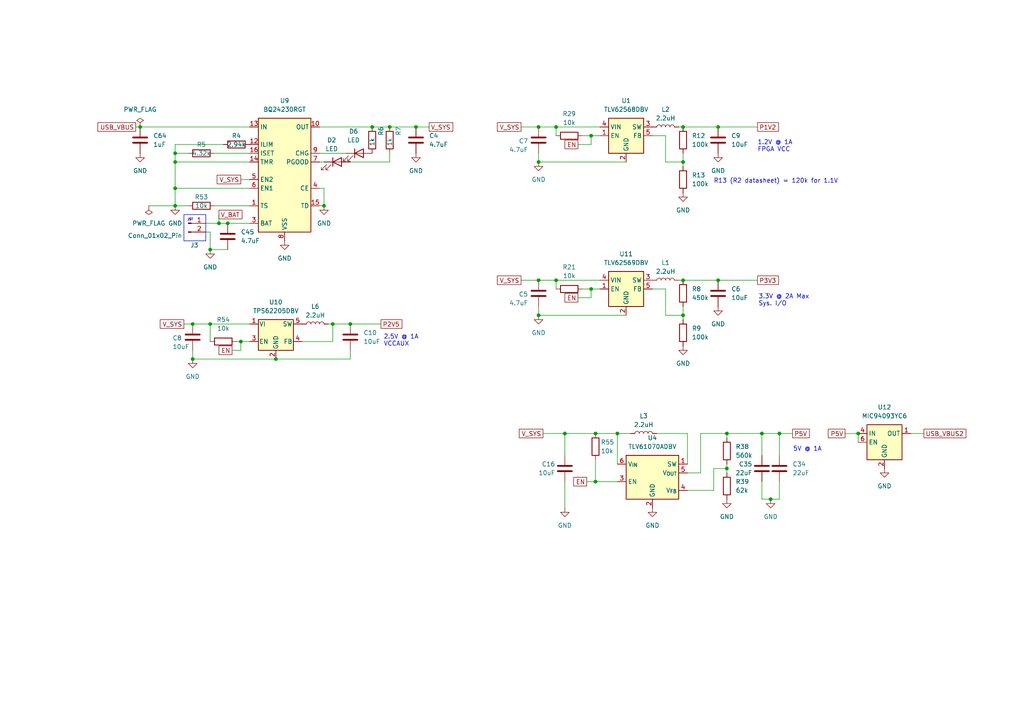
<source format=kicad_sch>
(kicad_sch
	(version 20250114)
	(generator "eeschema")
	(generator_version "9.0")
	(uuid "716235d5-6f82-4217-96f5-2877f2916f55")
	(paper "A4")
	(lib_symbols
		(symbol "Connector:Conn_01x02_Pin"
			(pin_names
				(offset 1.016)
				(hide yes)
			)
			(exclude_from_sim no)
			(in_bom yes)
			(on_board yes)
			(property "Reference" "J"
				(at 0 2.54 0)
				(effects
					(font
						(size 1.27 1.27)
					)
				)
			)
			(property "Value" "Conn_01x02_Pin"
				(at 0 -5.08 0)
				(effects
					(font
						(size 1.27 1.27)
					)
				)
			)
			(property "Footprint" ""
				(at 0 0 0)
				(effects
					(font
						(size 1.27 1.27)
					)
					(hide yes)
				)
			)
			(property "Datasheet" "~"
				(at 0 0 0)
				(effects
					(font
						(size 1.27 1.27)
					)
					(hide yes)
				)
			)
			(property "Description" "Generic connector, single row, 01x02, script generated"
				(at 0 0 0)
				(effects
					(font
						(size 1.27 1.27)
					)
					(hide yes)
				)
			)
			(property "ki_locked" ""
				(at 0 0 0)
				(effects
					(font
						(size 1.27 1.27)
					)
				)
			)
			(property "ki_keywords" "connector"
				(at 0 0 0)
				(effects
					(font
						(size 1.27 1.27)
					)
					(hide yes)
				)
			)
			(property "ki_fp_filters" "Connector*:*_1x??_*"
				(at 0 0 0)
				(effects
					(font
						(size 1.27 1.27)
					)
					(hide yes)
				)
			)
			(symbol "Conn_01x02_Pin_1_1"
				(rectangle
					(start 0.8636 0.127)
					(end 0 -0.127)
					(stroke
						(width 0.1524)
						(type default)
					)
					(fill
						(type outline)
					)
				)
				(rectangle
					(start 0.8636 -2.413)
					(end 0 -2.667)
					(stroke
						(width 0.1524)
						(type default)
					)
					(fill
						(type outline)
					)
				)
				(polyline
					(pts
						(xy 1.27 0) (xy 0.8636 0)
					)
					(stroke
						(width 0.1524)
						(type default)
					)
					(fill
						(type none)
					)
				)
				(polyline
					(pts
						(xy 1.27 -2.54) (xy 0.8636 -2.54)
					)
					(stroke
						(width 0.1524)
						(type default)
					)
					(fill
						(type none)
					)
				)
				(pin passive line
					(at 5.08 0 180)
					(length 3.81)
					(name "Pin_1"
						(effects
							(font
								(size 1.27 1.27)
							)
						)
					)
					(number "1"
						(effects
							(font
								(size 1.27 1.27)
							)
						)
					)
				)
				(pin passive line
					(at 5.08 -2.54 180)
					(length 3.81)
					(name "Pin_2"
						(effects
							(font
								(size 1.27 1.27)
							)
						)
					)
					(number "2"
						(effects
							(font
								(size 1.27 1.27)
							)
						)
					)
				)
			)
			(embedded_fonts no)
		)
		(symbol "Device:C"
			(pin_numbers
				(hide yes)
			)
			(pin_names
				(offset 0.254)
			)
			(exclude_from_sim no)
			(in_bom yes)
			(on_board yes)
			(property "Reference" "C"
				(at 0.635 2.54 0)
				(effects
					(font
						(size 1.27 1.27)
					)
					(justify left)
				)
			)
			(property "Value" "C"
				(at 0.635 -2.54 0)
				(effects
					(font
						(size 1.27 1.27)
					)
					(justify left)
				)
			)
			(property "Footprint" ""
				(at 0.9652 -3.81 0)
				(effects
					(font
						(size 1.27 1.27)
					)
					(hide yes)
				)
			)
			(property "Datasheet" "~"
				(at 0 0 0)
				(effects
					(font
						(size 1.27 1.27)
					)
					(hide yes)
				)
			)
			(property "Description" "Unpolarized capacitor"
				(at 0 0 0)
				(effects
					(font
						(size 1.27 1.27)
					)
					(hide yes)
				)
			)
			(property "ki_keywords" "cap capacitor"
				(at 0 0 0)
				(effects
					(font
						(size 1.27 1.27)
					)
					(hide yes)
				)
			)
			(property "ki_fp_filters" "C_*"
				(at 0 0 0)
				(effects
					(font
						(size 1.27 1.27)
					)
					(hide yes)
				)
			)
			(symbol "C_0_1"
				(polyline
					(pts
						(xy -2.032 0.762) (xy 2.032 0.762)
					)
					(stroke
						(width 0.508)
						(type default)
					)
					(fill
						(type none)
					)
				)
				(polyline
					(pts
						(xy -2.032 -0.762) (xy 2.032 -0.762)
					)
					(stroke
						(width 0.508)
						(type default)
					)
					(fill
						(type none)
					)
				)
			)
			(symbol "C_1_1"
				(pin passive line
					(at 0 3.81 270)
					(length 2.794)
					(name "~"
						(effects
							(font
								(size 1.27 1.27)
							)
						)
					)
					(number "1"
						(effects
							(font
								(size 1.27 1.27)
							)
						)
					)
				)
				(pin passive line
					(at 0 -3.81 90)
					(length 2.794)
					(name "~"
						(effects
							(font
								(size 1.27 1.27)
							)
						)
					)
					(number "2"
						(effects
							(font
								(size 1.27 1.27)
							)
						)
					)
				)
			)
			(embedded_fonts no)
		)
		(symbol "Device:L"
			(pin_numbers
				(hide yes)
			)
			(pin_names
				(offset 1.016)
				(hide yes)
			)
			(exclude_from_sim no)
			(in_bom yes)
			(on_board yes)
			(property "Reference" "L"
				(at -1.27 0 90)
				(effects
					(font
						(size 1.27 1.27)
					)
				)
			)
			(property "Value" "L"
				(at 1.905 0 90)
				(effects
					(font
						(size 1.27 1.27)
					)
				)
			)
			(property "Footprint" ""
				(at 0 0 0)
				(effects
					(font
						(size 1.27 1.27)
					)
					(hide yes)
				)
			)
			(property "Datasheet" "~"
				(at 0 0 0)
				(effects
					(font
						(size 1.27 1.27)
					)
					(hide yes)
				)
			)
			(property "Description" "Inductor"
				(at 0 0 0)
				(effects
					(font
						(size 1.27 1.27)
					)
					(hide yes)
				)
			)
			(property "ki_keywords" "inductor choke coil reactor magnetic"
				(at 0 0 0)
				(effects
					(font
						(size 1.27 1.27)
					)
					(hide yes)
				)
			)
			(property "ki_fp_filters" "Choke_* *Coil* Inductor_* L_*"
				(at 0 0 0)
				(effects
					(font
						(size 1.27 1.27)
					)
					(hide yes)
				)
			)
			(symbol "L_0_1"
				(arc
					(start 0 2.54)
					(mid 0.6323 1.905)
					(end 0 1.27)
					(stroke
						(width 0)
						(type default)
					)
					(fill
						(type none)
					)
				)
				(arc
					(start 0 1.27)
					(mid 0.6323 0.635)
					(end 0 0)
					(stroke
						(width 0)
						(type default)
					)
					(fill
						(type none)
					)
				)
				(arc
					(start 0 0)
					(mid 0.6323 -0.635)
					(end 0 -1.27)
					(stroke
						(width 0)
						(type default)
					)
					(fill
						(type none)
					)
				)
				(arc
					(start 0 -1.27)
					(mid 0.6323 -1.905)
					(end 0 -2.54)
					(stroke
						(width 0)
						(type default)
					)
					(fill
						(type none)
					)
				)
			)
			(symbol "L_1_1"
				(pin passive line
					(at 0 3.81 270)
					(length 1.27)
					(name "1"
						(effects
							(font
								(size 1.27 1.27)
							)
						)
					)
					(number "1"
						(effects
							(font
								(size 1.27 1.27)
							)
						)
					)
				)
				(pin passive line
					(at 0 -3.81 90)
					(length 1.27)
					(name "2"
						(effects
							(font
								(size 1.27 1.27)
							)
						)
					)
					(number "2"
						(effects
							(font
								(size 1.27 1.27)
							)
						)
					)
				)
			)
			(embedded_fonts no)
		)
		(symbol "Device:LED"
			(pin_numbers
				(hide yes)
			)
			(pin_names
				(offset 1.016)
				(hide yes)
			)
			(exclude_from_sim no)
			(in_bom yes)
			(on_board yes)
			(property "Reference" "D"
				(at 0 2.54 0)
				(effects
					(font
						(size 1.27 1.27)
					)
				)
			)
			(property "Value" "LED"
				(at 0 -2.54 0)
				(effects
					(font
						(size 1.27 1.27)
					)
				)
			)
			(property "Footprint" ""
				(at 0 0 0)
				(effects
					(font
						(size 1.27 1.27)
					)
					(hide yes)
				)
			)
			(property "Datasheet" "~"
				(at 0 0 0)
				(effects
					(font
						(size 1.27 1.27)
					)
					(hide yes)
				)
			)
			(property "Description" "Light emitting diode"
				(at 0 0 0)
				(effects
					(font
						(size 1.27 1.27)
					)
					(hide yes)
				)
			)
			(property "Sim.Pins" "1=K 2=A"
				(at 0 0 0)
				(effects
					(font
						(size 1.27 1.27)
					)
					(hide yes)
				)
			)
			(property "ki_keywords" "LED diode"
				(at 0 0 0)
				(effects
					(font
						(size 1.27 1.27)
					)
					(hide yes)
				)
			)
			(property "ki_fp_filters" "LED* LED_SMD:* LED_THT:*"
				(at 0 0 0)
				(effects
					(font
						(size 1.27 1.27)
					)
					(hide yes)
				)
			)
			(symbol "LED_0_1"
				(polyline
					(pts
						(xy -3.048 -0.762) (xy -4.572 -2.286) (xy -3.81 -2.286) (xy -4.572 -2.286) (xy -4.572 -1.524)
					)
					(stroke
						(width 0)
						(type default)
					)
					(fill
						(type none)
					)
				)
				(polyline
					(pts
						(xy -1.778 -0.762) (xy -3.302 -2.286) (xy -2.54 -2.286) (xy -3.302 -2.286) (xy -3.302 -1.524)
					)
					(stroke
						(width 0)
						(type default)
					)
					(fill
						(type none)
					)
				)
				(polyline
					(pts
						(xy -1.27 0) (xy 1.27 0)
					)
					(stroke
						(width 0)
						(type default)
					)
					(fill
						(type none)
					)
				)
				(polyline
					(pts
						(xy -1.27 -1.27) (xy -1.27 1.27)
					)
					(stroke
						(width 0.254)
						(type default)
					)
					(fill
						(type none)
					)
				)
				(polyline
					(pts
						(xy 1.27 -1.27) (xy 1.27 1.27) (xy -1.27 0) (xy 1.27 -1.27)
					)
					(stroke
						(width 0.254)
						(type default)
					)
					(fill
						(type none)
					)
				)
			)
			(symbol "LED_1_1"
				(pin passive line
					(at -3.81 0 0)
					(length 2.54)
					(name "K"
						(effects
							(font
								(size 1.27 1.27)
							)
						)
					)
					(number "1"
						(effects
							(font
								(size 1.27 1.27)
							)
						)
					)
				)
				(pin passive line
					(at 3.81 0 180)
					(length 2.54)
					(name "A"
						(effects
							(font
								(size 1.27 1.27)
							)
						)
					)
					(number "2"
						(effects
							(font
								(size 1.27 1.27)
							)
						)
					)
				)
			)
			(embedded_fonts no)
		)
		(symbol "Device:R"
			(pin_numbers
				(hide yes)
			)
			(pin_names
				(offset 0)
			)
			(exclude_from_sim no)
			(in_bom yes)
			(on_board yes)
			(property "Reference" "R"
				(at 2.032 0 90)
				(effects
					(font
						(size 1.27 1.27)
					)
				)
			)
			(property "Value" "R"
				(at 0 0 90)
				(effects
					(font
						(size 1.27 1.27)
					)
				)
			)
			(property "Footprint" ""
				(at -1.778 0 90)
				(effects
					(font
						(size 1.27 1.27)
					)
					(hide yes)
				)
			)
			(property "Datasheet" "~"
				(at 0 0 0)
				(effects
					(font
						(size 1.27 1.27)
					)
					(hide yes)
				)
			)
			(property "Description" "Resistor"
				(at 0 0 0)
				(effects
					(font
						(size 1.27 1.27)
					)
					(hide yes)
				)
			)
			(property "ki_keywords" "R res resistor"
				(at 0 0 0)
				(effects
					(font
						(size 1.27 1.27)
					)
					(hide yes)
				)
			)
			(property "ki_fp_filters" "R_*"
				(at 0 0 0)
				(effects
					(font
						(size 1.27 1.27)
					)
					(hide yes)
				)
			)
			(symbol "R_0_1"
				(rectangle
					(start -1.016 -2.54)
					(end 1.016 2.54)
					(stroke
						(width 0.254)
						(type default)
					)
					(fill
						(type none)
					)
				)
			)
			(symbol "R_1_1"
				(pin passive line
					(at 0 3.81 270)
					(length 1.27)
					(name "~"
						(effects
							(font
								(size 1.27 1.27)
							)
						)
					)
					(number "1"
						(effects
							(font
								(size 1.27 1.27)
							)
						)
					)
				)
				(pin passive line
					(at 0 -3.81 90)
					(length 1.27)
					(name "~"
						(effects
							(font
								(size 1.27 1.27)
							)
						)
					)
					(number "2"
						(effects
							(font
								(size 1.27 1.27)
							)
						)
					)
				)
			)
			(embedded_fonts no)
		)
		(symbol "Power_Management:BQ24230RGT"
			(exclude_from_sim no)
			(in_bom yes)
			(on_board yes)
			(property "Reference" "U"
				(at -8.89 19.05 0)
				(effects
					(font
						(size 1.27 1.27)
					)
				)
			)
			(property "Value" "BQ24230RGT"
				(at 5.08 19.05 0)
				(effects
					(font
						(size 1.27 1.27)
					)
				)
			)
			(property "Footprint" "Package_DFN_QFN:VQFN-16-1EP_3x3mm_P0.5mm_EP1.68x1.68mm_ThermalVias"
				(at 2.54 -32.385 0)
				(effects
					(font
						(size 1.27 1.27)
					)
					(hide yes)
				)
			)
			(property "Datasheet" "http://www.ti.com/cn/lit/ds/symlink/bq24230.pdf"
				(at -6.35 19.05 0)
				(effects
					(font
						(size 1.27 1.27)
					)
					(hide yes)
				)
			)
			(property "Description" "USB-Friendly Lithium-Ion Battery Charger And Power-Path Management IC, VQFN-16"
				(at 0 0 0)
				(effects
					(font
						(size 1.27 1.27)
					)
					(hide yes)
				)
			)
			(property "ki_keywords" "Lithium-ion battery charger"
				(at 0 0 0)
				(effects
					(font
						(size 1.27 1.27)
					)
					(hide yes)
				)
			)
			(property "ki_fp_filters" "VQFN*1EP*3x3mm*P0.5mm*"
				(at 0 0 0)
				(effects
					(font
						(size 1.27 1.27)
					)
					(hide yes)
				)
			)
			(symbol "BQ24230RGT_0_1"
				(rectangle
					(start -7.62 17.78)
					(end 7.62 -15.24)
					(stroke
						(width 0.254)
						(type default)
					)
					(fill
						(type background)
					)
				)
			)
			(symbol "BQ24230RGT_1_1"
				(pin power_in line
					(at -10.16 15.24 0)
					(length 2.54)
					(name "IN"
						(effects
							(font
								(size 1.27 1.27)
							)
						)
					)
					(number "13"
						(effects
							(font
								(size 1.27 1.27)
							)
						)
					)
				)
				(pin passive line
					(at -10.16 10.16 0)
					(length 2.54)
					(name "ILIM"
						(effects
							(font
								(size 1.27 1.27)
							)
						)
					)
					(number "12"
						(effects
							(font
								(size 1.27 1.27)
							)
						)
					)
				)
				(pin passive line
					(at -10.16 7.62 0)
					(length 2.54)
					(name "ISET"
						(effects
							(font
								(size 1.27 1.27)
							)
						)
					)
					(number "16"
						(effects
							(font
								(size 1.27 1.27)
							)
						)
					)
				)
				(pin passive line
					(at -10.16 5.08 0)
					(length 2.54)
					(name "TMR"
						(effects
							(font
								(size 1.27 1.27)
							)
						)
					)
					(number "14"
						(effects
							(font
								(size 1.27 1.27)
							)
						)
					)
				)
				(pin input line
					(at -10.16 0 0)
					(length 2.54)
					(name "EN2"
						(effects
							(font
								(size 1.27 1.27)
							)
						)
					)
					(number "5"
						(effects
							(font
								(size 1.27 1.27)
							)
						)
					)
				)
				(pin input line
					(at -10.16 -2.54 0)
					(length 2.54)
					(name "EN1"
						(effects
							(font
								(size 1.27 1.27)
							)
						)
					)
					(number "6"
						(effects
							(font
								(size 1.27 1.27)
							)
						)
					)
				)
				(pin passive line
					(at -10.16 -7.62 0)
					(length 2.54)
					(name "TS"
						(effects
							(font
								(size 1.27 1.27)
							)
						)
					)
					(number "1"
						(effects
							(font
								(size 1.27 1.27)
							)
						)
					)
				)
				(pin bidirectional line
					(at -10.16 -12.7 0)
					(length 2.54)
					(hide yes)
					(name "BAT"
						(effects
							(font
								(size 1.27 1.27)
							)
						)
					)
					(number "2"
						(effects
							(font
								(size 1.27 1.27)
							)
						)
					)
				)
				(pin bidirectional line
					(at -10.16 -12.7 0)
					(length 2.54)
					(name "BAT"
						(effects
							(font
								(size 1.27 1.27)
							)
						)
					)
					(number "3"
						(effects
							(font
								(size 1.27 1.27)
							)
						)
					)
				)
				(pin passive line
					(at 0 -17.78 90)
					(length 2.54)
					(hide yes)
					(name "VSS"
						(effects
							(font
								(size 1.27 1.27)
							)
						)
					)
					(number "17"
						(effects
							(font
								(size 1.27 1.27)
							)
						)
					)
				)
				(pin power_in line
					(at 0 -17.78 90)
					(length 2.54)
					(name "VSS"
						(effects
							(font
								(size 1.27 1.27)
							)
						)
					)
					(number "8"
						(effects
							(font
								(size 1.27 1.27)
							)
						)
					)
				)
				(pin power_out line
					(at 10.16 15.24 180)
					(length 2.54)
					(name "OUT"
						(effects
							(font
								(size 1.27 1.27)
							)
						)
					)
					(number "10"
						(effects
							(font
								(size 1.27 1.27)
							)
						)
					)
				)
				(pin passive line
					(at 10.16 15.24 180)
					(length 2.54)
					(hide yes)
					(name "OUT"
						(effects
							(font
								(size 1.27 1.27)
							)
						)
					)
					(number "11"
						(effects
							(font
								(size 1.27 1.27)
							)
						)
					)
				)
				(pin open_collector line
					(at 10.16 7.62 180)
					(length 2.54)
					(name "CHG"
						(effects
							(font
								(size 1.27 1.27)
							)
						)
					)
					(number "9"
						(effects
							(font
								(size 1.27 1.27)
							)
						)
					)
				)
				(pin open_collector line
					(at 10.16 5.08 180)
					(length 2.54)
					(name "PGOOD"
						(effects
							(font
								(size 1.27 1.27)
							)
						)
					)
					(number "7"
						(effects
							(font
								(size 1.27 1.27)
							)
						)
					)
				)
				(pin input line
					(at 10.16 -2.54 180)
					(length 2.54)
					(name "CE"
						(effects
							(font
								(size 1.27 1.27)
							)
						)
					)
					(number "4"
						(effects
							(font
								(size 1.27 1.27)
							)
						)
					)
				)
				(pin input line
					(at 10.16 -7.62 180)
					(length 2.54)
					(name "TD"
						(effects
							(font
								(size 1.27 1.27)
							)
						)
					)
					(number "15"
						(effects
							(font
								(size 1.27 1.27)
							)
						)
					)
				)
			)
			(embedded_fonts no)
		)
		(symbol "Power_Management:MIC94093YC6"
			(exclude_from_sim no)
			(in_bom yes)
			(on_board yes)
			(property "Reference" "U"
				(at 0 8.89 0)
				(effects
					(font
						(size 1.27 1.27)
					)
				)
			)
			(property "Value" "MIC94093YC6"
				(at 0 6.35 0)
				(effects
					(font
						(size 1.27 1.27)
					)
				)
			)
			(property "Footprint" "Package_TO_SOT_SMD:SOT-363_SC-70-6"
				(at 0 11.43 0)
				(effects
					(font
						(size 1.27 1.27)
					)
					(hide yes)
				)
			)
			(property "Datasheet" "https://ww1.microchip.com/downloads/aemDocuments/documents/APID/ProductDocuments/DataSheets/MIC94090-1-2-3-4-5-High-Side-Load-Switches-for-Consumer-Applications-DS20006706.pdf"
				(at 0 0 0)
				(effects
					(font
						(size 1.27 1.27)
					)
					(hide yes)
				)
			)
			(property "Description" "High Side Load Switches for Consumer Applications, 1.7..5.5V, 1.2A, 130mΩ, 790 µs Soft-Start, Load Discharge, SC-70-6"
				(at 0 0 0)
				(effects
					(font
						(size 1.27 1.27)
					)
					(hide yes)
				)
			)
			(property "ki_keywords" "load-switch Microchip D7D"
				(at 0 0 0)
				(effects
					(font
						(size 1.27 1.27)
					)
					(hide yes)
				)
			)
			(property "ki_fp_filters" "*SC?70*"
				(at 0 0 0)
				(effects
					(font
						(size 1.27 1.27)
					)
					(hide yes)
				)
			)
			(symbol "MIC94093YC6_0_1"
				(rectangle
					(start -5.08 5.08)
					(end 5.08 -5.08)
					(stroke
						(width 0.254)
						(type default)
					)
					(fill
						(type background)
					)
				)
			)
			(symbol "MIC94093YC6_1_1"
				(pin passive line
					(at -7.62 2.54 0)
					(length 2.54)
					(name "IN"
						(effects
							(font
								(size 1.27 1.27)
							)
						)
					)
					(number "4"
						(effects
							(font
								(size 1.27 1.27)
							)
						)
					)
				)
				(pin input line
					(at -7.62 0 0)
					(length 2.54)
					(name "EN"
						(effects
							(font
								(size 1.27 1.27)
							)
						)
					)
					(number "6"
						(effects
							(font
								(size 1.27 1.27)
							)
						)
					)
				)
				(pin power_in line
					(at 0 -7.62 90)
					(length 2.54)
					(name "GND"
						(effects
							(font
								(size 1.27 1.27)
							)
						)
					)
					(number "2"
						(effects
							(font
								(size 1.27 1.27)
							)
						)
					)
				)
				(pin passive line
					(at 0 -7.62 90)
					(length 2.54)
					(hide yes)
					(name "GND"
						(effects
							(font
								(size 1.27 1.27)
							)
						)
					)
					(number "5"
						(effects
							(font
								(size 1.27 1.27)
							)
						)
					)
				)
				(pin no_connect line
					(at 5.08 0 180)
					(length 2.54)
					(hide yes)
					(name "NC"
						(effects
							(font
								(size 1.27 1.27)
							)
						)
					)
					(number "3"
						(effects
							(font
								(size 1.27 1.27)
							)
						)
					)
				)
				(pin passive line
					(at 7.62 2.54 180)
					(length 2.54)
					(name "OUT"
						(effects
							(font
								(size 1.27 1.27)
							)
						)
					)
					(number "1"
						(effects
							(font
								(size 1.27 1.27)
							)
						)
					)
				)
			)
			(embedded_fonts no)
		)
		(symbol "Regulator_Switching:TLV61070ADBV"
			(exclude_from_sim no)
			(in_bom yes)
			(on_board yes)
			(property "Reference" "U"
				(at -7.62 8.89 0)
				(effects
					(font
						(size 1.27 1.27)
					)
					(justify left)
				)
			)
			(property "Value" "TLV61070ADBV"
				(at 0 8.89 0)
				(effects
					(font
						(size 1.27 1.27)
					)
					(justify left)
				)
			)
			(property "Footprint" "Package_TO_SOT_SMD:SOT-23-6"
				(at 1.27 -6.35 0)
				(effects
					(font
						(size 1.27 1.27)
						(italic yes)
					)
					(justify left)
					(hide yes)
				)
			)
			(property "Datasheet" "https://www.ti.com/lit/ds/symlink/tlv61070a.pdf"
				(at 0 12.7 0)
				(effects
					(font
						(size 1.27 1.27)
					)
					(hide yes)
				)
			)
			(property "Description" "Boost Converter, 2.5A switch current limit, 2.2-5.5V Output Voltage, 0.5-5.5V Input Voltage, SOT-23-6"
				(at 0 0 0)
				(effects
					(font
						(size 1.27 1.27)
					)
					(hide yes)
				)
			)
			(property "ki_keywords" "Boost adjustable converter"
				(at 0 0 0)
				(effects
					(font
						(size 1.27 1.27)
					)
					(hide yes)
				)
			)
			(property "ki_fp_filters" "SOT?23*"
				(at 0 0 0)
				(effects
					(font
						(size 1.27 1.27)
					)
					(hide yes)
				)
			)
			(symbol "TLV61070ADBV_0_1"
				(rectangle
					(start -7.62 7.62)
					(end 7.62 -5.08)
					(stroke
						(width 0.254)
						(type default)
					)
					(fill
						(type background)
					)
				)
			)
			(symbol "TLV61070ADBV_1_1"
				(pin power_in line
					(at -10.16 5.08 0)
					(length 2.54)
					(name "V_{IN}"
						(effects
							(font
								(size 1.27 1.27)
							)
						)
					)
					(number "6"
						(effects
							(font
								(size 1.27 1.27)
							)
						)
					)
				)
				(pin input line
					(at -10.16 0 0)
					(length 2.54)
					(name "EN"
						(effects
							(font
								(size 1.27 1.27)
							)
						)
					)
					(number "3"
						(effects
							(font
								(size 1.27 1.27)
							)
						)
					)
				)
				(pin power_in line
					(at 0 -7.62 90)
					(length 2.54)
					(name "GND"
						(effects
							(font
								(size 1.27 1.27)
							)
						)
					)
					(number "2"
						(effects
							(font
								(size 1.27 1.27)
							)
						)
					)
				)
				(pin input line
					(at 10.16 5.08 180)
					(length 2.54)
					(name "SW"
						(effects
							(font
								(size 1.27 1.27)
							)
						)
					)
					(number "1"
						(effects
							(font
								(size 1.27 1.27)
							)
						)
					)
				)
				(pin power_out line
					(at 10.16 2.54 180)
					(length 2.54)
					(name "V_{OUT}"
						(effects
							(font
								(size 1.27 1.27)
							)
						)
					)
					(number "5"
						(effects
							(font
								(size 1.27 1.27)
							)
						)
					)
				)
				(pin input line
					(at 10.16 -2.54 180)
					(length 2.54)
					(name "V_{FB}"
						(effects
							(font
								(size 1.27 1.27)
							)
						)
					)
					(number "4"
						(effects
							(font
								(size 1.27 1.27)
							)
						)
					)
				)
			)
			(embedded_fonts no)
		)
		(symbol "Regulator_Switching:TLV62568DBV"
			(exclude_from_sim no)
			(in_bom yes)
			(on_board yes)
			(property "Reference" "U"
				(at -5.08 6.35 0)
				(effects
					(font
						(size 1.27 1.27)
					)
					(justify left)
				)
			)
			(property "Value" "TLV62568DBV"
				(at 0 6.35 0)
				(effects
					(font
						(size 1.27 1.27)
					)
					(justify left)
				)
			)
			(property "Footprint" "Package_TO_SOT_SMD:SOT-23-5"
				(at 1.27 -6.35 0)
				(effects
					(font
						(size 1.27 1.27)
						(italic yes)
					)
					(justify left)
					(hide yes)
				)
			)
			(property "Datasheet" "http://www.ti.com/lit/ds/symlink/tlv62568.pdf"
				(at -6.35 11.43 0)
				(effects
					(font
						(size 1.27 1.27)
					)
					(hide yes)
				)
			)
			(property "Description" "High Efficiency Synchronous Buck Converter, Adjustable Output 0.6V-5.5V, 1A, SOT-23-5"
				(at 0 0 0)
				(effects
					(font
						(size 1.27 1.27)
					)
					(hide yes)
				)
			)
			(property "ki_keywords" "Step-Down Buck DC-DC Regulator Adjustable"
				(at 0 0 0)
				(effects
					(font
						(size 1.27 1.27)
					)
					(hide yes)
				)
			)
			(property "ki_fp_filters" "SOT?23*"
				(at 0 0 0)
				(effects
					(font
						(size 1.27 1.27)
					)
					(hide yes)
				)
			)
			(symbol "TLV62568DBV_0_1"
				(rectangle
					(start -5.08 5.08)
					(end 5.08 -5.08)
					(stroke
						(width 0.254)
						(type default)
					)
					(fill
						(type background)
					)
				)
			)
			(symbol "TLV62568DBV_1_1"
				(pin power_in line
					(at -7.62 2.54 0)
					(length 2.54)
					(name "VIN"
						(effects
							(font
								(size 1.27 1.27)
							)
						)
					)
					(number "4"
						(effects
							(font
								(size 1.27 1.27)
							)
						)
					)
				)
				(pin input line
					(at -7.62 0 0)
					(length 2.54)
					(name "EN"
						(effects
							(font
								(size 1.27 1.27)
							)
						)
					)
					(number "1"
						(effects
							(font
								(size 1.27 1.27)
							)
						)
					)
				)
				(pin power_in line
					(at 0 -7.62 90)
					(length 2.54)
					(name "GND"
						(effects
							(font
								(size 1.27 1.27)
							)
						)
					)
					(number "2"
						(effects
							(font
								(size 1.27 1.27)
							)
						)
					)
				)
				(pin power_out line
					(at 7.62 2.54 180)
					(length 2.54)
					(name "SW"
						(effects
							(font
								(size 1.27 1.27)
							)
						)
					)
					(number "3"
						(effects
							(font
								(size 1.27 1.27)
							)
						)
					)
				)
				(pin input line
					(at 7.62 0 180)
					(length 2.54)
					(name "FB"
						(effects
							(font
								(size 1.27 1.27)
							)
						)
					)
					(number "5"
						(effects
							(font
								(size 1.27 1.27)
							)
						)
					)
				)
			)
			(embedded_fonts no)
		)
		(symbol "Regulator_Switching:TLV62569DBV"
			(exclude_from_sim no)
			(in_bom yes)
			(on_board yes)
			(property "Reference" "U"
				(at -5.08 6.35 0)
				(effects
					(font
						(size 1.27 1.27)
					)
					(justify left)
				)
			)
			(property "Value" "TLV62569DBV"
				(at 0 6.35 0)
				(effects
					(font
						(size 1.27 1.27)
					)
					(justify left)
				)
			)
			(property "Footprint" "Package_TO_SOT_SMD:SOT-23-5"
				(at 1.27 -6.35 0)
				(effects
					(font
						(size 1.27 1.27)
						(italic yes)
					)
					(justify left)
					(hide yes)
				)
			)
			(property "Datasheet" "http://www.ti.com/lit/ds/symlink/tlv62569.pdf"
				(at -6.35 11.43 0)
				(effects
					(font
						(size 1.27 1.27)
					)
					(hide yes)
				)
			)
			(property "Description" "High Efficiency Synchronous Buck Converter, Adjustable Output 0.6V-5.5V, 2A, SOT-23-5"
				(at 0 0 0)
				(effects
					(font
						(size 1.27 1.27)
					)
					(hide yes)
				)
			)
			(property "ki_keywords" "Step-Down Buck DC-DC Regulator Adjustable"
				(at 0 0 0)
				(effects
					(font
						(size 1.27 1.27)
					)
					(hide yes)
				)
			)
			(property "ki_fp_filters" "SOT?23*"
				(at 0 0 0)
				(effects
					(font
						(size 1.27 1.27)
					)
					(hide yes)
				)
			)
			(symbol "TLV62569DBV_0_1"
				(rectangle
					(start -5.08 5.08)
					(end 5.08 -5.08)
					(stroke
						(width 0.254)
						(type default)
					)
					(fill
						(type background)
					)
				)
			)
			(symbol "TLV62569DBV_1_1"
				(pin power_in line
					(at -7.62 2.54 0)
					(length 2.54)
					(name "VIN"
						(effects
							(font
								(size 1.27 1.27)
							)
						)
					)
					(number "4"
						(effects
							(font
								(size 1.27 1.27)
							)
						)
					)
				)
				(pin input line
					(at -7.62 0 0)
					(length 2.54)
					(name "EN"
						(effects
							(font
								(size 1.27 1.27)
							)
						)
					)
					(number "1"
						(effects
							(font
								(size 1.27 1.27)
							)
						)
					)
				)
				(pin power_in line
					(at 0 -7.62 90)
					(length 2.54)
					(name "GND"
						(effects
							(font
								(size 1.27 1.27)
							)
						)
					)
					(number "2"
						(effects
							(font
								(size 1.27 1.27)
							)
						)
					)
				)
				(pin power_out line
					(at 7.62 2.54 180)
					(length 2.54)
					(name "SW"
						(effects
							(font
								(size 1.27 1.27)
							)
						)
					)
					(number "3"
						(effects
							(font
								(size 1.27 1.27)
							)
						)
					)
				)
				(pin input line
					(at 7.62 0 180)
					(length 2.54)
					(name "FB"
						(effects
							(font
								(size 1.27 1.27)
							)
						)
					)
					(number "5"
						(effects
							(font
								(size 1.27 1.27)
							)
						)
					)
				)
			)
			(embedded_fonts no)
		)
		(symbol "Regulator_Switching:TPS62205DBV"
			(pin_names
				(offset 0.254)
			)
			(exclude_from_sim no)
			(in_bom yes)
			(on_board yes)
			(property "Reference" "U"
				(at -5.08 7.62 0)
				(effects
					(font
						(size 1.27 1.27)
					)
					(justify left)
				)
			)
			(property "Value" "TPS62205DBV"
				(at 0 7.62 0)
				(effects
					(font
						(size 1.27 1.27)
					)
					(justify left)
				)
			)
			(property "Footprint" "Package_TO_SOT_SMD:SOT-23-5"
				(at 1.27 -3.81 0)
				(effects
					(font
						(size 1.27 1.27)
						(italic yes)
					)
					(justify left)
					(hide yes)
				)
			)
			(property "Datasheet" "http://www.ti.com/lit/ds/symlink/tps62201.pdf"
				(at 0 2.54 0)
				(effects
					(font
						(size 1.27 1.27)
					)
					(hide yes)
				)
			)
			(property "Description" "300mA High-Efficiency Step-Down DC-DC Converter, fixed 2.5V output voltage, 2.5-6V input voltage, SOT-23-5"
				(at 0 0 0)
				(effects
					(font
						(size 1.27 1.27)
					)
					(hide yes)
				)
			)
			(property "ki_keywords" "Step-Down DC-DC Converter"
				(at 0 0 0)
				(effects
					(font
						(size 1.27 1.27)
					)
					(hide yes)
				)
			)
			(property "ki_fp_filters" "SOT?23*"
				(at 0 0 0)
				(effects
					(font
						(size 1.27 1.27)
					)
					(hide yes)
				)
			)
			(symbol "TPS62205DBV_0_1"
				(rectangle
					(start -5.08 6.35)
					(end 5.08 -2.54)
					(stroke
						(width 0.254)
						(type default)
					)
					(fill
						(type background)
					)
				)
			)
			(symbol "TPS62205DBV_1_1"
				(pin power_in line
					(at -7.62 5.08 0)
					(length 2.54)
					(name "VI"
						(effects
							(font
								(size 1.27 1.27)
							)
						)
					)
					(number "1"
						(effects
							(font
								(size 1.27 1.27)
							)
						)
					)
				)
				(pin input line
					(at -7.62 0 0)
					(length 2.54)
					(name "EN"
						(effects
							(font
								(size 1.27 1.27)
							)
						)
					)
					(number "3"
						(effects
							(font
								(size 1.27 1.27)
							)
						)
					)
				)
				(pin power_in line
					(at 0 -5.08 90)
					(length 2.54)
					(name "GND"
						(effects
							(font
								(size 1.27 1.27)
							)
						)
					)
					(number "2"
						(effects
							(font
								(size 1.27 1.27)
							)
						)
					)
				)
				(pin output line
					(at 7.62 5.08 180)
					(length 2.54)
					(name "SW"
						(effects
							(font
								(size 1.27 1.27)
							)
						)
					)
					(number "5"
						(effects
							(font
								(size 1.27 1.27)
							)
						)
					)
				)
				(pin input line
					(at 7.62 0 180)
					(length 2.54)
					(name "FB"
						(effects
							(font
								(size 1.27 1.27)
							)
						)
					)
					(number "4"
						(effects
							(font
								(size 1.27 1.27)
							)
						)
					)
				)
			)
			(embedded_fonts no)
		)
		(symbol "power:GND"
			(power)
			(pin_numbers
				(hide yes)
			)
			(pin_names
				(offset 0)
				(hide yes)
			)
			(exclude_from_sim no)
			(in_bom yes)
			(on_board yes)
			(property "Reference" "#PWR"
				(at 0 -6.35 0)
				(effects
					(font
						(size 1.27 1.27)
					)
					(hide yes)
				)
			)
			(property "Value" "GND"
				(at 0 -3.81 0)
				(effects
					(font
						(size 1.27 1.27)
					)
				)
			)
			(property "Footprint" ""
				(at 0 0 0)
				(effects
					(font
						(size 1.27 1.27)
					)
					(hide yes)
				)
			)
			(property "Datasheet" ""
				(at 0 0 0)
				(effects
					(font
						(size 1.27 1.27)
					)
					(hide yes)
				)
			)
			(property "Description" "Power symbol creates a global label with name \"GND\" , ground"
				(at 0 0 0)
				(effects
					(font
						(size 1.27 1.27)
					)
					(hide yes)
				)
			)
			(property "ki_keywords" "global power"
				(at 0 0 0)
				(effects
					(font
						(size 1.27 1.27)
					)
					(hide yes)
				)
			)
			(symbol "GND_0_1"
				(polyline
					(pts
						(xy 0 0) (xy 0 -1.27) (xy 1.27 -1.27) (xy 0 -2.54) (xy -1.27 -1.27) (xy 0 -1.27)
					)
					(stroke
						(width 0)
						(type default)
					)
					(fill
						(type none)
					)
				)
			)
			(symbol "GND_1_1"
				(pin power_in line
					(at 0 0 270)
					(length 0)
					(name "~"
						(effects
							(font
								(size 1.27 1.27)
							)
						)
					)
					(number "1"
						(effects
							(font
								(size 1.27 1.27)
							)
						)
					)
				)
			)
			(embedded_fonts no)
		)
		(symbol "power:PWR_FLAG"
			(power)
			(pin_numbers
				(hide yes)
			)
			(pin_names
				(offset 0)
				(hide yes)
			)
			(exclude_from_sim no)
			(in_bom yes)
			(on_board yes)
			(property "Reference" "#FLG"
				(at 0 1.905 0)
				(effects
					(font
						(size 1.27 1.27)
					)
					(hide yes)
				)
			)
			(property "Value" "PWR_FLAG"
				(at 0 3.81 0)
				(effects
					(font
						(size 1.27 1.27)
					)
				)
			)
			(property "Footprint" ""
				(at 0 0 0)
				(effects
					(font
						(size 1.27 1.27)
					)
					(hide yes)
				)
			)
			(property "Datasheet" "~"
				(at 0 0 0)
				(effects
					(font
						(size 1.27 1.27)
					)
					(hide yes)
				)
			)
			(property "Description" "Special symbol for telling ERC where power comes from"
				(at 0 0 0)
				(effects
					(font
						(size 1.27 1.27)
					)
					(hide yes)
				)
			)
			(property "ki_keywords" "flag power"
				(at 0 0 0)
				(effects
					(font
						(size 1.27 1.27)
					)
					(hide yes)
				)
			)
			(symbol "PWR_FLAG_0_0"
				(pin power_out line
					(at 0 0 90)
					(length 0)
					(name "~"
						(effects
							(font
								(size 1.27 1.27)
							)
						)
					)
					(number "1"
						(effects
							(font
								(size 1.27 1.27)
							)
						)
					)
				)
			)
			(symbol "PWR_FLAG_0_1"
				(polyline
					(pts
						(xy 0 0) (xy 0 1.27) (xy -1.016 1.905) (xy 0 2.54) (xy 1.016 1.905) (xy 0 1.27)
					)
					(stroke
						(width 0)
						(type default)
					)
					(fill
						(type none)
					)
				)
			)
			(embedded_fonts no)
		)
	)
	(text "5V @ 1A"
		(exclude_from_sim no)
		(at 234.188 130.302 0)
		(effects
			(font
				(size 1.27 1.27)
			)
		)
		(uuid "0efaab59-fd77-4ec5-b92a-1448dc186eab")
	)
	(text "2.5V @ 1A\nVCCAUX"
		(exclude_from_sim no)
		(at 111.252 98.806 0)
		(effects
			(font
				(size 1.27 1.27)
			)
			(justify left)
		)
		(uuid "35fcbead-804f-4646-a6d2-4ec30b1c8178")
	)
	(text "3.3V @ 2A Max\nSys. I/O"
		(exclude_from_sim no)
		(at 219.964 87.122 0)
		(effects
			(font
				(size 1.27 1.27)
			)
			(justify left)
		)
		(uuid "a3b6011e-8e7e-45fd-89e6-7f41b44f7668")
	)
	(text "R13 (R2 datasheet) = 120k for 1.1V"
		(exclude_from_sim no)
		(at 225.044 52.578 0)
		(effects
			(font
				(size 1.27 1.27)
			)
		)
		(uuid "aeb2e58a-7a49-4237-8691-9b8dea0589f3")
	)
	(text "1.2V @ 1A\nFPGA VCC"
		(exclude_from_sim no)
		(at 219.71 42.418 0)
		(effects
			(font
				(size 1.27 1.27)
			)
			(justify left)
		)
		(uuid "e6d73e4c-82aa-438c-8e51-f7223407a2aa")
	)
	(text_box "JST"
		(exclude_from_sim no)
		(at 53.34 62.23 0)
		(size 6.35 7.62)
		(margins 0.9525 0.9525 0.9525 0.9525)
		(stroke
			(width 0)
			(type solid)
		)
		(fill
			(type none)
		)
		(effects
			(font
				(size 0.635 0.635)
			)
			(justify left top)
		)
		(uuid "29f93e4c-20f5-477b-9858-ea2ded778a5e")
	)
	(junction
		(at 248.92 125.73)
		(diameter 0)
		(color 0 0 0 0)
		(uuid "01ec3f9e-bd27-44c2-88b8-1747652f9f57")
	)
	(junction
		(at 55.88 93.98)
		(diameter 0)
		(color 0 0 0 0)
		(uuid "083c1bf1-b580-47b7-9df7-f7d62a8741ca")
	)
	(junction
		(at 101.6 93.98)
		(diameter 0)
		(color 0 0 0 0)
		(uuid "08d956aa-3f54-4cf5-a02e-5a5baeff7b8d")
	)
	(junction
		(at 208.28 36.83)
		(diameter 0)
		(color 0 0 0 0)
		(uuid "09fae8c5-00b7-40e0-8884-5c7eecb042be")
	)
	(junction
		(at 171.45 83.82)
		(diameter 0)
		(color 0 0 0 0)
		(uuid "14f45588-18bf-4d55-a4b4-6ea03b61cde6")
	)
	(junction
		(at 60.96 93.98)
		(diameter 0)
		(color 0 0 0 0)
		(uuid "27477f44-b19c-41c8-937d-3e8a4cb7c97c")
	)
	(junction
		(at 172.72 139.7)
		(diameter 0)
		(color 0 0 0 0)
		(uuid "27901ad1-db55-4447-a2f7-430a126572e4")
	)
	(junction
		(at 93.98 59.69)
		(diameter 0)
		(color 0 0 0 0)
		(uuid "2ad05f88-349d-4b1f-819e-faf40316569e")
	)
	(junction
		(at 223.52 144.78)
		(diameter 0)
		(color 0 0 0 0)
		(uuid "2c08c1c6-17aa-4bed-aa33-e5c4a5b549dd")
	)
	(junction
		(at 163.83 125.73)
		(diameter 0)
		(color 0 0 0 0)
		(uuid "2fb006d6-8803-4758-811c-0f5dfea8eb42")
	)
	(junction
		(at 156.21 91.44)
		(diameter 0)
		(color 0 0 0 0)
		(uuid "337b88b6-0813-4555-93af-cd9d96937d97")
	)
	(junction
		(at 55.88 104.14)
		(diameter 0)
		(color 0 0 0 0)
		(uuid "38b8c9b1-d9ed-4885-a38e-4521004d57e7")
	)
	(junction
		(at 66.04 64.77)
		(diameter 0)
		(color 0 0 0 0)
		(uuid "3df3972b-eb1b-45b4-a311-299a01c4c88d")
	)
	(junction
		(at 198.12 91.44)
		(diameter 0)
		(color 0 0 0 0)
		(uuid "410de21b-8e4f-44fc-9373-c9897e878fc6")
	)
	(junction
		(at 60.96 72.39)
		(diameter 0)
		(color 0 0 0 0)
		(uuid "44998c09-3025-42a1-82ef-ad2861ff2529")
	)
	(junction
		(at 156.21 81.28)
		(diameter 0)
		(color 0 0 0 0)
		(uuid "46661ca2-4a3e-4ec2-908d-9ab9e77d5f51")
	)
	(junction
		(at 63.5 64.77)
		(diameter 0)
		(color 0 0 0 0)
		(uuid "4b3b1ad5-87ae-4436-b710-fac5e9d96e02")
	)
	(junction
		(at 80.01 104.14)
		(diameter 0)
		(color 0 0 0 0)
		(uuid "5438b573-48b8-4296-9eab-3fff740cee68")
	)
	(junction
		(at 179.07 125.73)
		(diameter 0)
		(color 0 0 0 0)
		(uuid "57678d8b-57d5-4611-b7f7-c73d7c6ffdb4")
	)
	(junction
		(at 198.12 36.83)
		(diameter 0)
		(color 0 0 0 0)
		(uuid "5e49e311-820c-48f7-b767-df93fd162469")
	)
	(junction
		(at 210.82 125.73)
		(diameter 0)
		(color 0 0 0 0)
		(uuid "5f604bf5-35d2-45aa-bf73-e699d7f094f2")
	)
	(junction
		(at 208.28 81.28)
		(diameter 0)
		(color 0 0 0 0)
		(uuid "60863fb6-62c2-40de-8427-7fff92d5da7b")
	)
	(junction
		(at 171.45 39.37)
		(diameter 0)
		(color 0 0 0 0)
		(uuid "669247f7-ce92-419d-ac0f-b7d1f7e0090e")
	)
	(junction
		(at 107.95 36.83)
		(diameter 0)
		(color 0 0 0 0)
		(uuid "7119ddbe-c3d3-480e-9224-6f5caa49a1bf")
	)
	(junction
		(at 198.12 81.28)
		(diameter 0)
		(color 0 0 0 0)
		(uuid "7474218c-60d8-4686-887f-617037290ae6")
	)
	(junction
		(at 161.29 36.83)
		(diameter 0)
		(color 0 0 0 0)
		(uuid "7dabdf98-8c95-4d3b-9960-9c02fd3868c8")
	)
	(junction
		(at 172.72 125.73)
		(diameter 0)
		(color 0 0 0 0)
		(uuid "876da179-8e66-4cf1-9b2d-19e3f236ee63")
	)
	(junction
		(at 198.12 46.99)
		(diameter 0)
		(color 0 0 0 0)
		(uuid "8bf1b3b9-484a-4ba6-a3ba-daf728b897b4")
	)
	(junction
		(at 156.21 46.99)
		(diameter 0)
		(color 0 0 0 0)
		(uuid "8d4c7133-ec4e-48e3-ba2a-6bee428d7a1e")
	)
	(junction
		(at 156.21 36.83)
		(diameter 0)
		(color 0 0 0 0)
		(uuid "956e8cca-9e28-4e37-8456-1db1d25760e5")
	)
	(junction
		(at 50.8 54.61)
		(diameter 0)
		(color 0 0 0 0)
		(uuid "95a01981-7846-434f-8a4a-304cc42469f1")
	)
	(junction
		(at 220.98 125.73)
		(diameter 0)
		(color 0 0 0 0)
		(uuid "9a8bf36d-3935-4002-977f-809c66bccb83")
	)
	(junction
		(at 96.52 93.98)
		(diameter 0)
		(color 0 0 0 0)
		(uuid "9c5b1478-f208-446b-a992-ef4b97d50cea")
	)
	(junction
		(at 40.64 36.83)
		(diameter 0)
		(color 0 0 0 0)
		(uuid "9d913e25-4a95-4d79-b907-b7969f866ac2")
	)
	(junction
		(at 120.65 36.83)
		(diameter 0)
		(color 0 0 0 0)
		(uuid "b0f94058-92fd-4067-98be-a18f7a97e77e")
	)
	(junction
		(at 50.8 46.99)
		(diameter 0)
		(color 0 0 0 0)
		(uuid "b22a064f-f48d-4993-add4-4b4eb32df4f4")
	)
	(junction
		(at 69.85 99.06)
		(diameter 0)
		(color 0 0 0 0)
		(uuid "b367e24b-e330-449b-9693-921d66d160c3")
	)
	(junction
		(at 161.29 81.28)
		(diameter 0)
		(color 0 0 0 0)
		(uuid "bf4b365c-9429-4d78-96fe-b20728880f03")
	)
	(junction
		(at 113.03 36.83)
		(diameter 0)
		(color 0 0 0 0)
		(uuid "c7051c5d-9b01-469f-b3a3-d1b30ab3a913")
	)
	(junction
		(at 50.8 59.69)
		(diameter 0)
		(color 0 0 0 0)
		(uuid "ccbe7fe6-c17e-465a-a451-0326b17fa5a9")
	)
	(junction
		(at 50.8 44.45)
		(diameter 0)
		(color 0 0 0 0)
		(uuid "eb7905c1-b9e4-4cf4-a97f-d6085e9f1c7f")
	)
	(junction
		(at 226.06 125.73)
		(diameter 0)
		(color 0 0 0 0)
		(uuid "ef5d9a6b-6ee2-4a66-971a-f5cd5ff1c0a4")
	)
	(junction
		(at 210.82 135.89)
		(diameter 0)
		(color 0 0 0 0)
		(uuid "f79a8eed-f5ad-48e6-9b77-2ed6ee45ca9e")
	)
	(wire
		(pts
			(xy 210.82 135.89) (xy 210.82 137.16)
		)
		(stroke
			(width 0)
			(type default)
		)
		(uuid "01386fcb-e490-4d2a-bd29-4cb7957a253a")
	)
	(wire
		(pts
			(xy 50.8 46.99) (xy 72.39 46.99)
		)
		(stroke
			(width 0)
			(type default)
		)
		(uuid "01ad7539-3351-4879-9553-ecfb4c859ef1")
	)
	(wire
		(pts
			(xy 113.03 36.83) (xy 120.65 36.83)
		)
		(stroke
			(width 0)
			(type default)
		)
		(uuid "020c7f38-b8a3-4549-bcff-146495fdcbd7")
	)
	(wire
		(pts
			(xy 226.06 144.78) (xy 223.52 144.78)
		)
		(stroke
			(width 0)
			(type default)
		)
		(uuid "02ecbe70-f5d3-47e5-b2c2-7e190b407b79")
	)
	(wire
		(pts
			(xy 92.71 59.69) (xy 93.98 59.69)
		)
		(stroke
			(width 0)
			(type default)
		)
		(uuid "04187f39-21fa-435e-a6db-4bb22b564ef4")
	)
	(wire
		(pts
			(xy 120.65 36.83) (xy 124.46 36.83)
		)
		(stroke
			(width 0)
			(type default)
		)
		(uuid "0844ef9c-0a1d-4673-aa78-79972cec0b01")
	)
	(wire
		(pts
			(xy 196.85 81.28) (xy 198.12 81.28)
		)
		(stroke
			(width 0)
			(type default)
		)
		(uuid "099d839b-d4df-46aa-9cb0-cad847a500bf")
	)
	(wire
		(pts
			(xy 101.6 93.98) (xy 96.52 93.98)
		)
		(stroke
			(width 0)
			(type default)
		)
		(uuid "117a28ee-7ad4-4b0d-8626-852e48b68bac")
	)
	(wire
		(pts
			(xy 220.98 144.78) (xy 223.52 144.78)
		)
		(stroke
			(width 0)
			(type default)
		)
		(uuid "1496b188-e300-4647-b720-b21aabc96248")
	)
	(wire
		(pts
			(xy 161.29 36.83) (xy 173.99 36.83)
		)
		(stroke
			(width 0)
			(type default)
		)
		(uuid "150539a4-b39d-4370-9c80-69896ac3ba4c")
	)
	(wire
		(pts
			(xy 50.8 41.91) (xy 50.8 44.45)
		)
		(stroke
			(width 0)
			(type default)
		)
		(uuid "15620c9d-6964-4f87-b9dc-fa0039198bed")
	)
	(wire
		(pts
			(xy 69.85 52.07) (xy 72.39 52.07)
		)
		(stroke
			(width 0)
			(type default)
		)
		(uuid "160c6415-132a-474f-9ebb-aef49cdb2a1f")
	)
	(wire
		(pts
			(xy 63.5 64.77) (xy 66.04 64.77)
		)
		(stroke
			(width 0)
			(type default)
		)
		(uuid "168dc0a4-8ec1-45fa-8408-c911b3d74fc2")
	)
	(wire
		(pts
			(xy 198.12 91.44) (xy 198.12 92.71)
		)
		(stroke
			(width 0)
			(type default)
		)
		(uuid "1704f870-acdd-4ab0-83d0-ff32acbf5938")
	)
	(wire
		(pts
			(xy 167.64 41.91) (xy 171.45 41.91)
		)
		(stroke
			(width 0)
			(type default)
		)
		(uuid "212b844c-14ad-40eb-a21b-984c4741afd0")
	)
	(wire
		(pts
			(xy 171.45 86.36) (xy 171.45 83.82)
		)
		(stroke
			(width 0)
			(type default)
		)
		(uuid "2246c5e1-f38e-4fc6-ac30-02975ba57e41")
	)
	(wire
		(pts
			(xy 62.23 59.69) (xy 72.39 59.69)
		)
		(stroke
			(width 0)
			(type default)
		)
		(uuid "22c4b797-832e-4125-8cc7-ebb97efb4986")
	)
	(wire
		(pts
			(xy 93.98 46.99) (xy 92.71 46.99)
		)
		(stroke
			(width 0)
			(type default)
		)
		(uuid "2a8d573b-f405-4c76-937a-6daf0b91fce0")
	)
	(wire
		(pts
			(xy 101.6 104.14) (xy 101.6 101.6)
		)
		(stroke
			(width 0)
			(type default)
		)
		(uuid "2e2a54ce-3cfc-4961-b851-2cfa29d61459")
	)
	(wire
		(pts
			(xy 63.5 62.23) (xy 63.5 64.77)
		)
		(stroke
			(width 0)
			(type default)
		)
		(uuid "2f482d63-2a60-4645-a033-5b10170a7073")
	)
	(wire
		(pts
			(xy 50.8 54.61) (xy 72.39 54.61)
		)
		(stroke
			(width 0)
			(type default)
		)
		(uuid "30dc2dbc-7187-42be-8fd3-3b84662aee6f")
	)
	(wire
		(pts
			(xy 226.06 139.7) (xy 226.06 144.78)
		)
		(stroke
			(width 0)
			(type default)
		)
		(uuid "31f4d8a1-90c1-4eb4-98f2-963c6c00a038")
	)
	(wire
		(pts
			(xy 172.72 125.73) (xy 179.07 125.73)
		)
		(stroke
			(width 0)
			(type default)
		)
		(uuid "34cf8a48-e50e-42d8-98b2-75168209a02b")
	)
	(wire
		(pts
			(xy 60.96 67.31) (xy 60.96 72.39)
		)
		(stroke
			(width 0)
			(type default)
		)
		(uuid "37babf3e-c457-4f42-bba6-be40c564a722")
	)
	(wire
		(pts
			(xy 69.85 99.06) (xy 72.39 99.06)
		)
		(stroke
			(width 0)
			(type default)
		)
		(uuid "394b810b-8e71-43f5-af28-6f497c1c9c20")
	)
	(wire
		(pts
			(xy 157.48 125.73) (xy 163.83 125.73)
		)
		(stroke
			(width 0)
			(type default)
		)
		(uuid "3e192a1d-ff3c-436f-add6-d1056cc72e2c")
	)
	(wire
		(pts
			(xy 193.04 83.82) (xy 193.04 91.44)
		)
		(stroke
			(width 0)
			(type default)
		)
		(uuid "3edef2bd-98fe-4d0b-8593-61b996bd1f32")
	)
	(wire
		(pts
			(xy 60.96 67.31) (xy 59.69 67.31)
		)
		(stroke
			(width 0)
			(type default)
		)
		(uuid "3f43aaa5-2904-43f0-8adf-937a9b2e0a25")
	)
	(wire
		(pts
			(xy 60.96 93.98) (xy 72.39 93.98)
		)
		(stroke
			(width 0)
			(type default)
		)
		(uuid "407d22ea-1d34-40eb-abef-5ac322647376")
	)
	(wire
		(pts
			(xy 69.85 101.6) (xy 69.85 99.06)
		)
		(stroke
			(width 0)
			(type default)
		)
		(uuid "41b00df2-4e3a-47ac-8081-067dbd94d16d")
	)
	(wire
		(pts
			(xy 210.82 127) (xy 210.82 125.73)
		)
		(stroke
			(width 0)
			(type default)
		)
		(uuid "4355e882-27fd-4524-a9ab-dcb21b7d15f3")
	)
	(wire
		(pts
			(xy 93.98 54.61) (xy 93.98 59.69)
		)
		(stroke
			(width 0)
			(type default)
		)
		(uuid "460289f0-0c53-4dfb-b7ec-c30e22fe9b9e")
	)
	(wire
		(pts
			(xy 67.31 101.6) (xy 69.85 101.6)
		)
		(stroke
			(width 0)
			(type default)
		)
		(uuid "48ac2537-31cb-4840-a8c7-310cf2e5b91f")
	)
	(wire
		(pts
			(xy 87.63 99.06) (xy 96.52 99.06)
		)
		(stroke
			(width 0)
			(type default)
		)
		(uuid "4a9816bc-7a21-4cf8-be42-1e70aa684ca6")
	)
	(wire
		(pts
			(xy 193.04 83.82) (xy 189.23 83.82)
		)
		(stroke
			(width 0)
			(type default)
		)
		(uuid "4f6df2c6-b121-474a-a685-e0238bcbfa83")
	)
	(wire
		(pts
			(xy 203.2 137.16) (xy 199.39 137.16)
		)
		(stroke
			(width 0)
			(type default)
		)
		(uuid "4fef7c7a-fe6b-4488-9bc3-7c6c1f4d992d")
	)
	(wire
		(pts
			(xy 151.13 81.28) (xy 156.21 81.28)
		)
		(stroke
			(width 0)
			(type default)
		)
		(uuid "508d936c-6f00-4312-9743-836f2d5fa465")
	)
	(wire
		(pts
			(xy 55.88 93.98) (xy 60.96 93.98)
		)
		(stroke
			(width 0)
			(type default)
		)
		(uuid "54ae7a8d-2876-4062-a68a-4c8e96b00dd5")
	)
	(wire
		(pts
			(xy 171.45 39.37) (xy 173.99 39.37)
		)
		(stroke
			(width 0)
			(type default)
		)
		(uuid "54c74e3f-91de-4c2a-a807-123ab35e8225")
	)
	(wire
		(pts
			(xy 198.12 46.99) (xy 198.12 48.26)
		)
		(stroke
			(width 0)
			(type default)
		)
		(uuid "5937c8c7-fd47-439e-8d1b-503ece3f92e3")
	)
	(wire
		(pts
			(xy 161.29 81.28) (xy 173.99 81.28)
		)
		(stroke
			(width 0)
			(type default)
		)
		(uuid "5c3e3243-0979-4517-819f-f531c9cb828f")
	)
	(wire
		(pts
			(xy 172.72 133.35) (xy 172.72 139.7)
		)
		(stroke
			(width 0)
			(type default)
		)
		(uuid "66d335c8-c379-465c-8ce6-27dfb3a42ba6")
	)
	(wire
		(pts
			(xy 156.21 44.45) (xy 156.21 46.99)
		)
		(stroke
			(width 0)
			(type default)
		)
		(uuid "6907ba71-b46f-4d4b-abed-5c7dc6074a6e")
	)
	(wire
		(pts
			(xy 50.8 44.45) (xy 54.61 44.45)
		)
		(stroke
			(width 0)
			(type default)
		)
		(uuid "6a6256bf-d499-4d54-9ab5-44dce9cc2dd0")
	)
	(wire
		(pts
			(xy 156.21 81.28) (xy 161.29 81.28)
		)
		(stroke
			(width 0)
			(type default)
		)
		(uuid "6f37efa8-73eb-4b07-a0c7-1ca8be0ce1b9")
	)
	(wire
		(pts
			(xy 156.21 91.44) (xy 181.61 91.44)
		)
		(stroke
			(width 0)
			(type default)
		)
		(uuid "701a3a08-1427-42ab-828f-c56cc4a3cced")
	)
	(wire
		(pts
			(xy 110.49 93.98) (xy 101.6 93.98)
		)
		(stroke
			(width 0)
			(type default)
		)
		(uuid "71341d3e-d44b-42dc-b01e-f2cd5f018562")
	)
	(wire
		(pts
			(xy 50.8 54.61) (xy 50.8 59.69)
		)
		(stroke
			(width 0)
			(type default)
		)
		(uuid "7178e1c0-7ce1-40d0-a0bb-cf6a2a4fe67a")
	)
	(wire
		(pts
			(xy 168.91 39.37) (xy 171.45 39.37)
		)
		(stroke
			(width 0)
			(type default)
		)
		(uuid "73945643-8ae2-41fb-8ae9-b6321a9cfe94")
	)
	(wire
		(pts
			(xy 151.13 36.83) (xy 156.21 36.83)
		)
		(stroke
			(width 0)
			(type default)
		)
		(uuid "75898c83-46f2-42f9-9a8b-b71e3c907c9c")
	)
	(wire
		(pts
			(xy 50.8 46.99) (xy 50.8 44.45)
		)
		(stroke
			(width 0)
			(type default)
		)
		(uuid "7596a97b-2cc2-4895-9fe2-4ffea39877ed")
	)
	(wire
		(pts
			(xy 80.01 104.14) (xy 101.6 104.14)
		)
		(stroke
			(width 0)
			(type default)
		)
		(uuid "775d8601-141e-4001-8898-177482c325bb")
	)
	(wire
		(pts
			(xy 220.98 132.08) (xy 220.98 125.73)
		)
		(stroke
			(width 0)
			(type default)
		)
		(uuid "78359f83-adda-40f8-a95a-63972740cba3")
	)
	(wire
		(pts
			(xy 182.88 125.73) (xy 179.07 125.73)
		)
		(stroke
			(width 0)
			(type default)
		)
		(uuid "7934c5e5-7728-42f5-a79a-870fc0ff47fb")
	)
	(wire
		(pts
			(xy 198.12 44.45) (xy 198.12 46.99)
		)
		(stroke
			(width 0)
			(type default)
		)
		(uuid "795505ec-5b9a-449c-87c7-336091b2f179")
	)
	(wire
		(pts
			(xy 208.28 81.28) (xy 219.71 81.28)
		)
		(stroke
			(width 0)
			(type default)
		)
		(uuid "7cba48ef-cd9d-4d7a-8c5a-ba10dbfa7fa9")
	)
	(wire
		(pts
			(xy 161.29 81.28) (xy 161.29 83.82)
		)
		(stroke
			(width 0)
			(type default)
		)
		(uuid "7fdeb1c9-18c3-45d2-b5fa-2c0d2e0f7157")
	)
	(wire
		(pts
			(xy 208.28 36.83) (xy 219.71 36.83)
		)
		(stroke
			(width 0)
			(type default)
		)
		(uuid "825a107e-284d-436b-87ec-b5c82f65506f")
	)
	(wire
		(pts
			(xy 220.98 139.7) (xy 220.98 144.78)
		)
		(stroke
			(width 0)
			(type default)
		)
		(uuid "82c55464-8420-4fc0-9ef3-e63fde97f726")
	)
	(wire
		(pts
			(xy 96.52 99.06) (xy 96.52 93.98)
		)
		(stroke
			(width 0)
			(type default)
		)
		(uuid "8636ffc7-a26e-4874-82af-ace46eeb581a")
	)
	(wire
		(pts
			(xy 193.04 39.37) (xy 189.23 39.37)
		)
		(stroke
			(width 0)
			(type default)
		)
		(uuid "892737f8-9133-479d-b8b2-0953afe2d778")
	)
	(wire
		(pts
			(xy 55.88 104.14) (xy 55.88 101.6)
		)
		(stroke
			(width 0)
			(type default)
		)
		(uuid "8bb77c78-aec3-4941-8c61-eef4c7f18cd9")
	)
	(wire
		(pts
			(xy 171.45 41.91) (xy 171.45 39.37)
		)
		(stroke
			(width 0)
			(type default)
		)
		(uuid "8bd3fa2a-88c1-43a1-aea8-5e153bee07d7")
	)
	(wire
		(pts
			(xy 60.96 93.98) (xy 60.96 99.06)
		)
		(stroke
			(width 0)
			(type default)
		)
		(uuid "8c0b53fa-8ef8-4baa-b76d-d02529ae9ec9")
	)
	(wire
		(pts
			(xy 156.21 36.83) (xy 161.29 36.83)
		)
		(stroke
			(width 0)
			(type default)
		)
		(uuid "8d9f9a49-4c48-4598-a2a1-1f9270b6ac45")
	)
	(wire
		(pts
			(xy 55.88 104.14) (xy 80.01 104.14)
		)
		(stroke
			(width 0)
			(type default)
		)
		(uuid "8e48746c-7a52-4f62-93ec-4ba46845d1e7")
	)
	(wire
		(pts
			(xy 226.06 125.73) (xy 220.98 125.73)
		)
		(stroke
			(width 0)
			(type default)
		)
		(uuid "91b43684-0465-47b5-98d0-6f8fae271960")
	)
	(wire
		(pts
			(xy 163.83 125.73) (xy 172.72 125.73)
		)
		(stroke
			(width 0)
			(type default)
		)
		(uuid "947a9ee6-75aa-47ca-9c9c-e5d962fd6b65")
	)
	(wire
		(pts
			(xy 203.2 125.73) (xy 203.2 137.16)
		)
		(stroke
			(width 0)
			(type default)
		)
		(uuid "94b7e669-2b84-4186-8af2-3719a250d6de")
	)
	(wire
		(pts
			(xy 193.04 46.99) (xy 198.12 46.99)
		)
		(stroke
			(width 0)
			(type default)
		)
		(uuid "95daa85c-68b8-4696-905d-51bf91bef325")
	)
	(wire
		(pts
			(xy 193.04 91.44) (xy 198.12 91.44)
		)
		(stroke
			(width 0)
			(type default)
		)
		(uuid "96a01b0f-8792-4fb7-8f0f-c879f6f7b26a")
	)
	(wire
		(pts
			(xy 264.16 125.73) (xy 267.97 125.73)
		)
		(stroke
			(width 0)
			(type default)
		)
		(uuid "976e9551-e2b9-43b7-bd74-a6d2f40304d8")
	)
	(wire
		(pts
			(xy 196.85 36.83) (xy 198.12 36.83)
		)
		(stroke
			(width 0)
			(type default)
		)
		(uuid "979df526-4f2b-4307-942c-a45d33c1418a")
	)
	(wire
		(pts
			(xy 62.23 44.45) (xy 72.39 44.45)
		)
		(stroke
			(width 0)
			(type default)
		)
		(uuid "993e7670-004d-4dae-98f9-c6963ea829bf")
	)
	(wire
		(pts
			(xy 170.18 139.7) (xy 172.72 139.7)
		)
		(stroke
			(width 0)
			(type default)
		)
		(uuid "9b8bab3e-50ea-4f85-9546-caf621bfb566")
	)
	(wire
		(pts
			(xy 66.04 64.77) (xy 72.39 64.77)
		)
		(stroke
			(width 0)
			(type default)
		)
		(uuid "9f41f63d-2e6c-4cd9-965a-ce49138a2a05")
	)
	(wire
		(pts
			(xy 248.92 125.73) (xy 248.92 128.27)
		)
		(stroke
			(width 0)
			(type default)
		)
		(uuid "a16d673c-930b-4ca0-b95b-4b978453ead3")
	)
	(wire
		(pts
			(xy 163.83 125.73) (xy 163.83 132.08)
		)
		(stroke
			(width 0)
			(type default)
		)
		(uuid "a2d7feed-8973-4025-9a92-4d9ab74bc880")
	)
	(wire
		(pts
			(xy 226.06 132.08) (xy 226.06 125.73)
		)
		(stroke
			(width 0)
			(type default)
		)
		(uuid "a44a8017-f6d5-4637-8cfc-e75364f3e0a8")
	)
	(wire
		(pts
			(xy 199.39 125.73) (xy 199.39 134.62)
		)
		(stroke
			(width 0)
			(type default)
		)
		(uuid "a5d5f860-6d87-4dcb-9251-033afc7ae3b4")
	)
	(wire
		(pts
			(xy 40.64 36.83) (xy 72.39 36.83)
		)
		(stroke
			(width 0)
			(type default)
		)
		(uuid "a70acd0c-4aac-4af3-84de-c7287ecdae19")
	)
	(wire
		(pts
			(xy 39.37 36.83) (xy 40.64 36.83)
		)
		(stroke
			(width 0)
			(type default)
		)
		(uuid "a72fd40d-69b0-4293-b9dc-c9fbb1b23446")
	)
	(wire
		(pts
			(xy 171.45 83.82) (xy 173.99 83.82)
		)
		(stroke
			(width 0)
			(type default)
		)
		(uuid "a978fe9f-12e6-4abc-9274-3ced0ce66d25")
	)
	(wire
		(pts
			(xy 156.21 88.9) (xy 156.21 91.44)
		)
		(stroke
			(width 0)
			(type default)
		)
		(uuid "acba1b63-a2c2-47a3-bebc-45a31dbeb963")
	)
	(wire
		(pts
			(xy 50.8 41.91) (xy 64.77 41.91)
		)
		(stroke
			(width 0)
			(type default)
		)
		(uuid "ad9294d9-eada-4439-b01e-8fa665872ee8")
	)
	(wire
		(pts
			(xy 60.96 72.39) (xy 66.04 72.39)
		)
		(stroke
			(width 0)
			(type default)
		)
		(uuid "af79d948-1759-44b7-ac26-f5a451023bad")
	)
	(wire
		(pts
			(xy 198.12 36.83) (xy 208.28 36.83)
		)
		(stroke
			(width 0)
			(type default)
		)
		(uuid "b299412e-f6c2-498a-ac07-1aa1a60261a1")
	)
	(wire
		(pts
			(xy 163.83 139.7) (xy 163.83 147.32)
		)
		(stroke
			(width 0)
			(type default)
		)
		(uuid "b2b5966c-5bf2-4615-9109-35a1c443d7d5")
	)
	(wire
		(pts
			(xy 198.12 88.9) (xy 198.12 91.44)
		)
		(stroke
			(width 0)
			(type default)
		)
		(uuid "bb190381-6403-40dd-afa5-5e5f04b89dcc")
	)
	(wire
		(pts
			(xy 92.71 44.45) (xy 100.33 44.45)
		)
		(stroke
			(width 0)
			(type default)
		)
		(uuid "bbe3942b-cb06-4cb8-8b5f-4fed550e6d9e")
	)
	(wire
		(pts
			(xy 92.71 36.83) (xy 107.95 36.83)
		)
		(stroke
			(width 0)
			(type default)
		)
		(uuid "c026fe1f-8b35-49e8-b5cb-98976ca97e9c")
	)
	(wire
		(pts
			(xy 198.12 81.28) (xy 208.28 81.28)
		)
		(stroke
			(width 0)
			(type default)
		)
		(uuid "c759f889-7576-4e72-8d31-0790c74f9f8d")
	)
	(wire
		(pts
			(xy 113.03 46.99) (xy 101.6 46.99)
		)
		(stroke
			(width 0)
			(type default)
		)
		(uuid "c9c6ab16-548e-4fd9-b851-f0f64a115885")
	)
	(wire
		(pts
			(xy 93.98 54.61) (xy 92.71 54.61)
		)
		(stroke
			(width 0)
			(type default)
		)
		(uuid "cad115e6-a72b-4054-9c70-62af02a313e6")
	)
	(wire
		(pts
			(xy 113.03 44.45) (xy 113.03 46.99)
		)
		(stroke
			(width 0)
			(type default)
		)
		(uuid "caf548af-05b4-4454-be8b-45b2bb710fc6")
	)
	(wire
		(pts
			(xy 199.39 142.24) (xy 207.01 142.24)
		)
		(stroke
			(width 0)
			(type default)
		)
		(uuid "cf225f83-063f-4b67-ae58-5caacbc4011b")
	)
	(wire
		(pts
			(xy 190.5 125.73) (xy 199.39 125.73)
		)
		(stroke
			(width 0)
			(type default)
		)
		(uuid "d18e71d5-c3a3-40ad-b403-5ed926f4d55c")
	)
	(wire
		(pts
			(xy 210.82 125.73) (xy 220.98 125.73)
		)
		(stroke
			(width 0)
			(type default)
		)
		(uuid "d3798879-4abc-41f2-93ed-58024b524e96")
	)
	(wire
		(pts
			(xy 50.8 54.61) (xy 50.8 46.99)
		)
		(stroke
			(width 0)
			(type default)
		)
		(uuid "d6ae28bc-181c-4aab-9a41-298bda750911")
	)
	(wire
		(pts
			(xy 59.69 64.77) (xy 63.5 64.77)
		)
		(stroke
			(width 0)
			(type default)
		)
		(uuid "d752f9c0-4baa-47ba-b1bb-8c955df18171")
	)
	(wire
		(pts
			(xy 43.18 59.69) (xy 50.8 59.69)
		)
		(stroke
			(width 0)
			(type default)
		)
		(uuid "db63d1fc-f7c3-4aac-9774-4ab019420302")
	)
	(wire
		(pts
			(xy 179.07 125.73) (xy 179.07 134.62)
		)
		(stroke
			(width 0)
			(type default)
		)
		(uuid "dc09566e-72ae-490e-bf32-c0afae8fd403")
	)
	(wire
		(pts
			(xy 203.2 125.73) (xy 210.82 125.73)
		)
		(stroke
			(width 0)
			(type default)
		)
		(uuid "dea428da-d74a-4356-b1fc-b491c7ed09b3")
	)
	(wire
		(pts
			(xy 96.52 93.98) (xy 95.25 93.98)
		)
		(stroke
			(width 0)
			(type default)
		)
		(uuid "e15278d5-fa7b-4c09-b912-c4d587d26717")
	)
	(wire
		(pts
			(xy 107.95 36.83) (xy 113.03 36.83)
		)
		(stroke
			(width 0)
			(type default)
		)
		(uuid "e2820a7b-843e-453c-9f2f-7c2bfe36135e")
	)
	(wire
		(pts
			(xy 207.01 135.89) (xy 210.82 135.89)
		)
		(stroke
			(width 0)
			(type default)
		)
		(uuid "e788626f-3e2e-4c69-a4af-db7e53617ab6")
	)
	(wire
		(pts
			(xy 161.29 36.83) (xy 161.29 39.37)
		)
		(stroke
			(width 0)
			(type default)
		)
		(uuid "e92cc20f-e0d1-4b5d-8b62-77c924de4eae")
	)
	(wire
		(pts
			(xy 245.11 125.73) (xy 248.92 125.73)
		)
		(stroke
			(width 0)
			(type default)
		)
		(uuid "ea57f951-8e72-4038-b83b-893abf5c18ae")
	)
	(wire
		(pts
			(xy 168.91 83.82) (xy 171.45 83.82)
		)
		(stroke
			(width 0)
			(type default)
		)
		(uuid "ec925ecf-30c9-417a-ad39-3b7f93ee9bc5")
	)
	(wire
		(pts
			(xy 156.21 46.99) (xy 181.61 46.99)
		)
		(stroke
			(width 0)
			(type default)
		)
		(uuid "edc8facd-51bd-4b49-b1d6-7bee06819738")
	)
	(wire
		(pts
			(xy 172.72 139.7) (xy 179.07 139.7)
		)
		(stroke
			(width 0)
			(type default)
		)
		(uuid "efce4fff-8950-451d-846e-dcc1c9b4195d")
	)
	(wire
		(pts
			(xy 167.64 86.36) (xy 171.45 86.36)
		)
		(stroke
			(width 0)
			(type default)
		)
		(uuid "f131aa9b-609a-48da-95b9-385cb84af01a")
	)
	(wire
		(pts
			(xy 193.04 39.37) (xy 193.04 46.99)
		)
		(stroke
			(width 0)
			(type default)
		)
		(uuid "f176eb33-9606-4cd4-8598-09592681abbf")
	)
	(wire
		(pts
			(xy 207.01 142.24) (xy 207.01 135.89)
		)
		(stroke
			(width 0)
			(type default)
		)
		(uuid "f685c093-ce16-40cb-a5bd-89f9defc05fc")
	)
	(wire
		(pts
			(xy 210.82 134.62) (xy 210.82 135.89)
		)
		(stroke
			(width 0)
			(type default)
		)
		(uuid "f8ca1e22-87b3-4b3e-84b8-0ee76490df85")
	)
	(wire
		(pts
			(xy 68.58 99.06) (xy 69.85 99.06)
		)
		(stroke
			(width 0)
			(type default)
		)
		(uuid "f8e06dba-885a-4785-9859-357d4df259c7")
	)
	(wire
		(pts
			(xy 50.8 59.69) (xy 54.61 59.69)
		)
		(stroke
			(width 0)
			(type default)
		)
		(uuid "fb215baa-72b6-45c1-9c4f-e08d49bc605f")
	)
	(wire
		(pts
			(xy 226.06 125.73) (xy 229.87 125.73)
		)
		(stroke
			(width 0)
			(type default)
		)
		(uuid "fb2a4485-07ae-47bc-a7b8-78210cbfacef")
	)
	(wire
		(pts
			(xy 53.34 93.98) (xy 55.88 93.98)
		)
		(stroke
			(width 0)
			(type default)
		)
		(uuid "ff9aec21-a98e-4024-9bd1-6b120dbe5f7c")
	)
	(global_label "P5V"
		(shape passive)
		(at 229.87 125.73 0)
		(fields_autoplaced yes)
		(effects
			(font
				(size 1.27 1.27)
			)
			(justify left)
		)
		(uuid "2e4f77d0-d2c1-41e9-b15b-90a1c8fee2d9")
		(property "Intersheetrefs" "${INTERSHEET_REFS}"
			(at 235.312 125.73 0)
			(effects
				(font
					(size 1.27 1.27)
				)
				(justify left)
				(hide yes)
			)
		)
	)
	(global_label "EN"
		(shape passive)
		(at 170.18 139.7 180)
		(fields_autoplaced yes)
		(effects
			(font
				(size 1.27 1.27)
			)
			(justify right)
		)
		(uuid "400dcb42-5b99-4acf-b8d6-17af563941c9")
		(property "Intersheetrefs" "${INTERSHEET_REFS}"
			(at 165.8266 139.7 0)
			(effects
				(font
					(size 1.27 1.27)
				)
				(justify right)
				(hide yes)
			)
		)
	)
	(global_label "P3V3"
		(shape passive)
		(at 219.71 81.28 0)
		(fields_autoplaced yes)
		(effects
			(font
				(size 1.27 1.27)
			)
			(justify left)
		)
		(uuid "577d30d8-5568-4ec7-9033-f11c62f559d2")
		(property "Intersheetrefs" "${INTERSHEET_REFS}"
			(at 226.3615 81.28 0)
			(effects
				(font
					(size 1.27 1.27)
				)
				(justify left)
				(hide yes)
			)
		)
	)
	(global_label "EN"
		(shape passive)
		(at 67.31 101.6 180)
		(fields_autoplaced yes)
		(effects
			(font
				(size 1.27 1.27)
			)
			(justify right)
		)
		(uuid "641700e9-bbcd-44ab-84c0-94d77e4ccd03")
		(property "Intersheetrefs" "${INTERSHEET_REFS}"
			(at 62.9566 101.6 0)
			(effects
				(font
					(size 1.27 1.27)
				)
				(justify right)
				(hide yes)
			)
		)
	)
	(global_label "P5V"
		(shape passive)
		(at 245.11 125.73 180)
		(fields_autoplaced yes)
		(effects
			(font
				(size 1.27 1.27)
			)
			(justify right)
		)
		(uuid "66045d88-e0f9-4cbb-9657-aee42adee0f4")
		(property "Intersheetrefs" "${INTERSHEET_REFS}"
			(at 239.668 125.73 0)
			(effects
				(font
					(size 1.27 1.27)
				)
				(justify right)
				(hide yes)
			)
		)
	)
	(global_label "V_SYS"
		(shape passive)
		(at 124.46 36.83 0)
		(fields_autoplaced yes)
		(effects
			(font
				(size 1.27 1.27)
			)
			(justify left)
		)
		(uuid "89537846-01df-4cda-ba46-61a047ec0fb6")
		(property "Intersheetrefs" "${INTERSHEET_REFS}"
			(at 131.8977 36.83 0)
			(effects
				(font
					(size 1.27 1.27)
				)
				(justify left)
				(hide yes)
			)
		)
	)
	(global_label "V_SYS"
		(shape passive)
		(at 53.34 93.98 180)
		(fields_autoplaced yes)
		(effects
			(font
				(size 1.27 1.27)
			)
			(justify right)
		)
		(uuid "a0e57561-53b4-4a5e-9746-87316f616700")
		(property "Intersheetrefs" "${INTERSHEET_REFS}"
			(at 45.9023 93.98 0)
			(effects
				(font
					(size 1.27 1.27)
				)
				(justify right)
				(hide yes)
			)
		)
	)
	(global_label "V_SYS"
		(shape passive)
		(at 157.48 125.73 180)
		(fields_autoplaced yes)
		(effects
			(font
				(size 1.27 1.27)
			)
			(justify right)
		)
		(uuid "a1753232-d867-4325-8f57-b61c70e27526")
		(property "Intersheetrefs" "${INTERSHEET_REFS}"
			(at 150.0423 125.73 0)
			(effects
				(font
					(size 1.27 1.27)
				)
				(justify right)
				(hide yes)
			)
		)
	)
	(global_label "P1V2"
		(shape passive)
		(at 219.71 36.83 0)
		(fields_autoplaced yes)
		(effects
			(font
				(size 1.27 1.27)
			)
			(justify left)
		)
		(uuid "aa50ebf0-ec6f-4470-98d5-47fe3b7c7857")
		(property "Intersheetrefs" "${INTERSHEET_REFS}"
			(at 226.3615 36.83 0)
			(effects
				(font
					(size 1.27 1.27)
				)
				(justify left)
				(hide yes)
			)
		)
	)
	(global_label "V_SYS"
		(shape passive)
		(at 151.13 81.28 180)
		(fields_autoplaced yes)
		(effects
			(font
				(size 1.27 1.27)
			)
			(justify right)
		)
		(uuid "b2c8a4a3-3e73-41b2-bb69-1d3c0e4fb23a")
		(property "Intersheetrefs" "${INTERSHEET_REFS}"
			(at 143.6923 81.28 0)
			(effects
				(font
					(size 1.27 1.27)
				)
				(justify right)
				(hide yes)
			)
		)
	)
	(global_label "EN"
		(shape passive)
		(at 167.64 86.36 180)
		(fields_autoplaced yes)
		(effects
			(font
				(size 1.27 1.27)
			)
			(justify right)
		)
		(uuid "b868bb98-2988-45e3-ad56-33ee90bc0078")
		(property "Intersheetrefs" "${INTERSHEET_REFS}"
			(at 163.2866 86.36 0)
			(effects
				(font
					(size 1.27 1.27)
				)
				(justify right)
				(hide yes)
			)
		)
	)
	(global_label "USB_VBUS2"
		(shape passive)
		(at 267.97 125.73 0)
		(fields_autoplaced yes)
		(effects
			(font
				(size 1.27 1.27)
			)
			(justify left)
		)
		(uuid "be54f8ec-2847-4bb1-94d6-19626086ced5")
		(property "Intersheetrefs" "${INTERSHEET_REFS}"
			(at 280.7296 125.73 0)
			(effects
				(font
					(size 1.27 1.27)
				)
				(justify left)
				(hide yes)
			)
		)
	)
	(global_label "V_SYS"
		(shape passive)
		(at 69.85 52.07 180)
		(fields_autoplaced yes)
		(effects
			(font
				(size 1.27 1.27)
			)
			(justify right)
		)
		(uuid "c139a6da-8712-40d6-a063-cf2c0f4c8818")
		(property "Intersheetrefs" "${INTERSHEET_REFS}"
			(at 62.4123 52.07 0)
			(effects
				(font
					(size 1.27 1.27)
				)
				(justify right)
				(hide yes)
			)
		)
	)
	(global_label "V_BAT"
		(shape passive)
		(at 63.5 62.23 0)
		(fields_autoplaced yes)
		(effects
			(font
				(size 1.27 1.27)
			)
			(justify left)
		)
		(uuid "c47bead8-3c36-423a-aec3-5ba88c7c87cf")
		(property "Intersheetrefs" "${INTERSHEET_REFS}"
			(at 70.7563 62.23 0)
			(effects
				(font
					(size 1.27 1.27)
				)
				(justify left)
				(hide yes)
			)
		)
	)
	(global_label "USB_VBUS"
		(shape passive)
		(at 39.37 36.83 180)
		(fields_autoplaced yes)
		(effects
			(font
				(size 1.27 1.27)
			)
			(justify right)
		)
		(uuid "ebc19634-1b9f-412f-8203-53ae6b7a1b98")
		(property "Intersheetrefs" "${INTERSHEET_REFS}"
			(at 27.8199 36.83 0)
			(effects
				(font
					(size 1.27 1.27)
				)
				(justify right)
				(hide yes)
			)
		)
	)
	(global_label "P2V5"
		(shape passive)
		(at 110.49 93.98 0)
		(fields_autoplaced yes)
		(effects
			(font
				(size 1.27 1.27)
			)
			(justify left)
		)
		(uuid "f9d6accd-0836-4704-80d1-81609827a14b")
		(property "Intersheetrefs" "${INTERSHEET_REFS}"
			(at 117.1415 93.98 0)
			(effects
				(font
					(size 1.27 1.27)
				)
				(justify left)
				(hide yes)
			)
		)
	)
	(global_label "V_SYS"
		(shape passive)
		(at 151.13 36.83 180)
		(fields_autoplaced yes)
		(effects
			(font
				(size 1.27 1.27)
			)
			(justify right)
		)
		(uuid "fc997a55-4341-4ad7-a6a7-9abc5aa192a2")
		(property "Intersheetrefs" "${INTERSHEET_REFS}"
			(at 143.6923 36.83 0)
			(effects
				(font
					(size 1.27 1.27)
				)
				(justify right)
				(hide yes)
			)
		)
	)
	(global_label "EN"
		(shape passive)
		(at 167.64 41.91 180)
		(fields_autoplaced yes)
		(effects
			(font
				(size 1.27 1.27)
			)
			(justify right)
		)
		(uuid "fd1af0fc-b139-4f22-bcb7-baf90835477c")
		(property "Intersheetrefs" "${INTERSHEET_REFS}"
			(at 163.2866 41.91 0)
			(effects
				(font
					(size 1.27 1.27)
				)
				(justify right)
				(hide yes)
			)
		)
	)
	(symbol
		(lib_id "Device:R")
		(at 107.95 40.64 180)
		(unit 1)
		(exclude_from_sim no)
		(in_bom yes)
		(on_board yes)
		(dnp no)
		(uuid "09728f84-d299-405e-a7b2-9e898ad5553b")
		(property "Reference" "R6"
			(at 110.49 39.3699 90)
			(effects
				(font
					(size 1.27 1.27)
				)
				(justify right)
			)
		)
		(property "Value" "1k"
			(at 107.95 42.418 90)
			(effects
				(font
					(size 1.27 1.27)
				)
				(justify right)
			)
		)
		(property "Footprint" "Resistor_SMD:R_0603_1608Metric"
			(at 109.728 40.64 90)
			(effects
				(font
					(size 1.27 1.27)
				)
				(hide yes)
			)
		)
		(property "Datasheet" "~"
			(at 107.95 40.64 0)
			(effects
				(font
					(size 1.27 1.27)
				)
				(hide yes)
			)
		)
		(property "Description" "Resistor"
			(at 107.95 40.64 0)
			(effects
				(font
					(size 1.27 1.27)
				)
				(hide yes)
			)
		)
		(pin "2"
			(uuid "fae67e95-b491-4541-8add-d981596680d7")
		)
		(pin "1"
			(uuid "fe332f74-478b-4ebf-a5d6-8a5f17578d7e")
		)
		(instances
			(project "sbc"
				(path "/9328a39f-e46f-4e23-a67b-f837d10a1254/a7fd76fb-3981-418d-965b-fd74418ce764"
					(reference "R6")
					(unit 1)
				)
			)
		)
	)
	(symbol
		(lib_id "power:GND")
		(at 82.55 69.85 0)
		(unit 1)
		(exclude_from_sim no)
		(in_bom yes)
		(on_board yes)
		(dnp no)
		(fields_autoplaced yes)
		(uuid "0c0c5339-b9ea-4779-bb65-986cdde0078a")
		(property "Reference" "#PWR04"
			(at 82.55 76.2 0)
			(effects
				(font
					(size 1.27 1.27)
				)
				(hide yes)
			)
		)
		(property "Value" "GND"
			(at 82.55 74.93 0)
			(effects
				(font
					(size 1.27 1.27)
				)
			)
		)
		(property "Footprint" ""
			(at 82.55 69.85 0)
			(effects
				(font
					(size 1.27 1.27)
				)
				(hide yes)
			)
		)
		(property "Datasheet" ""
			(at 82.55 69.85 0)
			(effects
				(font
					(size 1.27 1.27)
				)
				(hide yes)
			)
		)
		(property "Description" "Power symbol creates a global label with name \"GND\" , ground"
			(at 82.55 69.85 0)
			(effects
				(font
					(size 1.27 1.27)
				)
				(hide yes)
			)
		)
		(pin "1"
			(uuid "e40f4f5e-6610-4936-af34-11ea2637cf2d")
		)
		(instances
			(project "sbc"
				(path "/9328a39f-e46f-4e23-a67b-f837d10a1254/a7fd76fb-3981-418d-965b-fd74418ce764"
					(reference "#PWR04")
					(unit 1)
				)
			)
		)
	)
	(symbol
		(lib_id "Device:L")
		(at 193.04 36.83 90)
		(unit 1)
		(exclude_from_sim no)
		(in_bom yes)
		(on_board yes)
		(dnp no)
		(fields_autoplaced yes)
		(uuid "0f081594-8f95-49b3-8d7a-c8e57feaa4a2")
		(property "Reference" "L2"
			(at 193.04 31.75 90)
			(effects
				(font
					(size 1.27 1.27)
				)
			)
		)
		(property "Value" "2.2uH"
			(at 193.04 34.29 90)
			(effects
				(font
					(size 1.27 1.27)
				)
			)
		)
		(property "Footprint" "Inductor_SMD:L_Neosid_SMS-ME3010"
			(at 193.04 36.83 0)
			(effects
				(font
					(size 1.27 1.27)
				)
				(hide yes)
			)
		)
		(property "Datasheet" "~"
			(at 193.04 36.83 0)
			(effects
				(font
					(size 1.27 1.27)
				)
				(hide yes)
			)
		)
		(property "Description" "Inductor"
			(at 193.04 36.83 0)
			(effects
				(font
					(size 1.27 1.27)
				)
				(hide yes)
			)
		)
		(pin "1"
			(uuid "6e3f06c7-694d-4c69-8cc7-f465042b3681")
		)
		(pin "2"
			(uuid "aea4d9e7-7d41-4707-b08e-d85a3e4643a4")
		)
		(instances
			(project "sbc"
				(path "/9328a39f-e46f-4e23-a67b-f837d10a1254/a7fd76fb-3981-418d-965b-fd74418ce764"
					(reference "L2")
					(unit 1)
				)
			)
		)
	)
	(symbol
		(lib_id "power:GND")
		(at 156.21 91.44 0)
		(unit 1)
		(exclude_from_sim no)
		(in_bom yes)
		(on_board yes)
		(dnp no)
		(fields_autoplaced yes)
		(uuid "158a52db-2fa7-4899-af76-e93e64c35196")
		(property "Reference" "#PWR015"
			(at 156.21 97.79 0)
			(effects
				(font
					(size 1.27 1.27)
				)
				(hide yes)
			)
		)
		(property "Value" "GND"
			(at 156.21 96.52 0)
			(effects
				(font
					(size 1.27 1.27)
				)
			)
		)
		(property "Footprint" ""
			(at 156.21 91.44 0)
			(effects
				(font
					(size 1.27 1.27)
				)
				(hide yes)
			)
		)
		(property "Datasheet" ""
			(at 156.21 91.44 0)
			(effects
				(font
					(size 1.27 1.27)
				)
				(hide yes)
			)
		)
		(property "Description" "Power symbol creates a global label with name \"GND\" , ground"
			(at 156.21 91.44 0)
			(effects
				(font
					(size 1.27 1.27)
				)
				(hide yes)
			)
		)
		(pin "1"
			(uuid "5a5c4975-cb87-4800-a884-b438572f0054")
		)
		(instances
			(project "sbc"
				(path "/9328a39f-e46f-4e23-a67b-f837d10a1254/a7fd76fb-3981-418d-965b-fd74418ce764"
					(reference "#PWR015")
					(unit 1)
				)
			)
		)
	)
	(symbol
		(lib_id "Device:R")
		(at 165.1 39.37 270)
		(unit 1)
		(exclude_from_sim no)
		(in_bom yes)
		(on_board yes)
		(dnp no)
		(fields_autoplaced yes)
		(uuid "1cfa8c6d-27bf-4033-907a-e15ae3602cf3")
		(property "Reference" "R29"
			(at 165.1 33.02 90)
			(effects
				(font
					(size 1.27 1.27)
				)
			)
		)
		(property "Value" "10k"
			(at 165.1 35.56 90)
			(effects
				(font
					(size 1.27 1.27)
				)
			)
		)
		(property "Footprint" "Resistor_SMD:R_0603_1608Metric"
			(at 165.1 37.592 90)
			(effects
				(font
					(size 1.27 1.27)
				)
				(hide yes)
			)
		)
		(property "Datasheet" "~"
			(at 165.1 39.37 0)
			(effects
				(font
					(size 1.27 1.27)
				)
				(hide yes)
			)
		)
		(property "Description" "Resistor"
			(at 165.1 39.37 0)
			(effects
				(font
					(size 1.27 1.27)
				)
				(hide yes)
			)
		)
		(pin "2"
			(uuid "cc99bda5-844a-46d6-ac03-42d662af2ef7")
		)
		(pin "1"
			(uuid "d251f74a-d524-4e79-bd5e-bbdac51ab57f")
		)
		(instances
			(project "sbc"
				(path "/9328a39f-e46f-4e23-a67b-f837d10a1254/a7fd76fb-3981-418d-965b-fd74418ce764"
					(reference "R29")
					(unit 1)
				)
			)
		)
	)
	(symbol
		(lib_id "power:GND")
		(at 210.82 144.78 0)
		(unit 1)
		(exclude_from_sim no)
		(in_bom yes)
		(on_board yes)
		(dnp no)
		(fields_autoplaced yes)
		(uuid "1f483355-6e02-4483-9155-51ab3d894868")
		(property "Reference" "#PWR037"
			(at 210.82 151.13 0)
			(effects
				(font
					(size 1.27 1.27)
				)
				(hide yes)
			)
		)
		(property "Value" "GND"
			(at 210.82 149.86 0)
			(effects
				(font
					(size 1.27 1.27)
				)
			)
		)
		(property "Footprint" ""
			(at 210.82 144.78 0)
			(effects
				(font
					(size 1.27 1.27)
				)
				(hide yes)
			)
		)
		(property "Datasheet" ""
			(at 210.82 144.78 0)
			(effects
				(font
					(size 1.27 1.27)
				)
				(hide yes)
			)
		)
		(property "Description" "Power symbol creates a global label with name \"GND\" , ground"
			(at 210.82 144.78 0)
			(effects
				(font
					(size 1.27 1.27)
				)
				(hide yes)
			)
		)
		(pin "1"
			(uuid "2d681308-4729-427e-acf4-9af840ddbb08")
		)
		(instances
			(project "sbc"
				(path "/9328a39f-e46f-4e23-a67b-f837d10a1254/a7fd76fb-3981-418d-965b-fd74418ce764"
					(reference "#PWR037")
					(unit 1)
				)
			)
		)
	)
	(symbol
		(lib_id "Device:C")
		(at 208.28 40.64 0)
		(unit 1)
		(exclude_from_sim no)
		(in_bom yes)
		(on_board yes)
		(dnp no)
		(fields_autoplaced yes)
		(uuid "274bc5f9-e138-425a-ab96-018d013d76fa")
		(property "Reference" "C9"
			(at 212.09 39.3699 0)
			(effects
				(font
					(size 1.27 1.27)
				)
				(justify left)
			)
		)
		(property "Value" "10uF"
			(at 212.09 41.9099 0)
			(effects
				(font
					(size 1.27 1.27)
				)
				(justify left)
			)
		)
		(property "Footprint" "Capacitor_SMD:C_0603_1608Metric"
			(at 209.2452 44.45 0)
			(effects
				(font
					(size 1.27 1.27)
				)
				(hide yes)
			)
		)
		(property "Datasheet" "~"
			(at 208.28 40.64 0)
			(effects
				(font
					(size 1.27 1.27)
				)
				(hide yes)
			)
		)
		(property "Description" "Unpolarized capacitor"
			(at 208.28 40.64 0)
			(effects
				(font
					(size 1.27 1.27)
				)
				(hide yes)
			)
		)
		(pin "2"
			(uuid "a0fef7d2-4db7-482a-a425-57ff157e3d5b")
		)
		(pin "1"
			(uuid "674b047f-0d20-4e7f-86dd-01335fa729ca")
		)
		(instances
			(project "sbc"
				(path "/9328a39f-e46f-4e23-a67b-f837d10a1254/a7fd76fb-3981-418d-965b-fd74418ce764"
					(reference "C9")
					(unit 1)
				)
			)
		)
	)
	(symbol
		(lib_id "Power_Management:BQ24230RGT")
		(at 82.55 52.07 0)
		(unit 1)
		(exclude_from_sim no)
		(in_bom yes)
		(on_board yes)
		(dnp no)
		(fields_autoplaced yes)
		(uuid "2b26ffb4-0d7b-4f10-b934-d62f0fb6deed")
		(property "Reference" "U9"
			(at 82.55 29.21 0)
			(effects
				(font
					(size 1.27 1.27)
				)
			)
		)
		(property "Value" "BQ24230RGT"
			(at 82.55 31.75 0)
			(effects
				(font
					(size 1.27 1.27)
				)
			)
		)
		(property "Footprint" "Package_DFN_QFN:VQFN-16-1EP_3x3mm_P0.5mm_EP1.68x1.68mm_ThermalVias"
			(at 85.09 84.455 0)
			(effects
				(font
					(size 1.27 1.27)
				)
				(hide yes)
			)
		)
		(property "Datasheet" "http://www.ti.com/cn/lit/ds/symlink/bq24230.pdf"
			(at 76.2 33.02 0)
			(effects
				(font
					(size 1.27 1.27)
				)
				(hide yes)
			)
		)
		(property "Description" "USB-Friendly Lithium-Ion Battery Charger And Power-Path Management IC, VQFN-16"
			(at 82.55 52.07 0)
			(effects
				(font
					(size 1.27 1.27)
				)
				(hide yes)
			)
		)
		(pin "11"
			(uuid "7713b191-bae4-428e-990b-250d4f82a450")
		)
		(pin "12"
			(uuid "dc52968a-33ec-4294-ac4d-425a2cf387df")
		)
		(pin "14"
			(uuid "2420fe53-8fc0-41d4-9dbd-a81b08a280e3")
		)
		(pin "6"
			(uuid "a5ef719a-aacc-472a-96c8-7ba89efa9b8c")
		)
		(pin "2"
			(uuid "d68fd2af-9466-441e-8b12-5a1059ebe993")
		)
		(pin "3"
			(uuid "d8949eae-5672-419f-8b29-bc6ed83ab882")
		)
		(pin "13"
			(uuid "15642f06-a395-41d2-8c44-4e39d81ad889")
		)
		(pin "8"
			(uuid "9633b5f1-51ad-49a7-947f-bd8423b3cccc")
		)
		(pin "16"
			(uuid "c70079cc-54a4-4965-8f6f-c9846d1decf7")
		)
		(pin "17"
			(uuid "07b657be-e31a-4f38-863f-c29a51d011c9")
		)
		(pin "9"
			(uuid "6d01f842-effb-41ba-9373-3990b2d1b737")
		)
		(pin "4"
			(uuid "2f19a908-e95f-4a60-aaeb-ca6061c63f87")
		)
		(pin "10"
			(uuid "dceb61d0-15c9-47ea-8e46-7d87e33c4638")
		)
		(pin "1"
			(uuid "512c1a42-8a47-45bf-8c10-bad25c00c296")
		)
		(pin "5"
			(uuid "c4faa368-a751-4949-b314-109b788af987")
		)
		(pin "15"
			(uuid "2f834c06-6f3d-4709-aa44-c4721dc419bd")
		)
		(pin "7"
			(uuid "d1258d3d-c8eb-49de-98e6-745f42cefdbb")
		)
		(instances
			(project "sbc"
				(path "/9328a39f-e46f-4e23-a67b-f837d10a1254/a7fd76fb-3981-418d-965b-fd74418ce764"
					(reference "U9")
					(unit 1)
				)
			)
		)
	)
	(symbol
		(lib_id "Regulator_Switching:TPS62205DBV")
		(at 80.01 99.06 0)
		(unit 1)
		(exclude_from_sim no)
		(in_bom yes)
		(on_board yes)
		(dnp no)
		(fields_autoplaced yes)
		(uuid "2f8d9cab-1551-4e55-aec7-5d74b32fd946")
		(property "Reference" "U10"
			(at 80.01 87.63 0)
			(effects
				(font
					(size 1.27 1.27)
				)
			)
		)
		(property "Value" "TPS62205DBV"
			(at 80.01 90.17 0)
			(effects
				(font
					(size 1.27 1.27)
				)
			)
		)
		(property "Footprint" "Package_TO_SOT_SMD:SOT-23-5"
			(at 81.28 102.87 0)
			(effects
				(font
					(size 1.27 1.27)
					(italic yes)
				)
				(justify left)
				(hide yes)
			)
		)
		(property "Datasheet" "http://www.ti.com/lit/ds/symlink/tps62201.pdf"
			(at 80.01 96.52 0)
			(effects
				(font
					(size 1.27 1.27)
				)
				(hide yes)
			)
		)
		(property "Description" "300mA High-Efficiency Step-Down DC-DC Converter, fixed 2.5V output voltage, 2.5-6V input voltage, SOT-23-5"
			(at 80.01 99.06 0)
			(effects
				(font
					(size 1.27 1.27)
				)
				(hide yes)
			)
		)
		(pin "4"
			(uuid "da672281-1b2a-44ac-9d49-f8700ab92aaf")
		)
		(pin "1"
			(uuid "c08464ec-2585-4061-8c90-775731f96bda")
		)
		(pin "3"
			(uuid "6811d345-5336-44a6-ad68-94964f294a4f")
		)
		(pin "2"
			(uuid "e5599951-2f2a-42fa-b5bf-beee5aab6bb2")
		)
		(pin "5"
			(uuid "e385613b-200c-4e30-9ea7-8b80d6c3b2fe")
		)
		(instances
			(project "SeedSBC_rev1_1"
				(path "/9328a39f-e46f-4e23-a67b-f837d10a1254/a7fd76fb-3981-418d-965b-fd74418ce764"
					(reference "U10")
					(unit 1)
				)
			)
		)
	)
	(symbol
		(lib_id "Device:R")
		(at 58.42 44.45 270)
		(unit 1)
		(exclude_from_sim no)
		(in_bom yes)
		(on_board yes)
		(dnp no)
		(uuid "31c1d8ca-cd3f-46e1-a50f-a89eac43a33c")
		(property "Reference" "R5"
			(at 58.42 41.91 90)
			(effects
				(font
					(size 1.27 1.27)
				)
			)
		)
		(property "Value" "4.32k"
			(at 58.42 44.45 90)
			(effects
				(font
					(size 1.27 1.27)
				)
			)
		)
		(property "Footprint" "Resistor_SMD:R_0603_1608Metric"
			(at 58.42 42.672 90)
			(effects
				(font
					(size 1.27 1.27)
				)
				(hide yes)
			)
		)
		(property "Datasheet" "~"
			(at 58.42 44.45 0)
			(effects
				(font
					(size 1.27 1.27)
				)
				(hide yes)
			)
		)
		(property "Description" "Resistor"
			(at 58.42 44.45 0)
			(effects
				(font
					(size 1.27 1.27)
				)
				(hide yes)
			)
		)
		(pin "2"
			(uuid "688fa018-50ca-4626-9c4b-075b7b072cc5")
		)
		(pin "1"
			(uuid "5cda0a4e-faca-4f6a-b81f-6f01179ee75e")
		)
		(instances
			(project "sbc"
				(path "/9328a39f-e46f-4e23-a67b-f837d10a1254/a7fd76fb-3981-418d-965b-fd74418ce764"
					(reference "R5")
					(unit 1)
				)
			)
		)
	)
	(symbol
		(lib_id "Device:C")
		(at 208.28 85.09 0)
		(unit 1)
		(exclude_from_sim no)
		(in_bom yes)
		(on_board yes)
		(dnp no)
		(fields_autoplaced yes)
		(uuid "329da7da-41a4-49d3-9a8c-c0cafff1d681")
		(property "Reference" "C6"
			(at 212.09 83.8199 0)
			(effects
				(font
					(size 1.27 1.27)
				)
				(justify left)
			)
		)
		(property "Value" "10uF"
			(at 212.09 86.3599 0)
			(effects
				(font
					(size 1.27 1.27)
				)
				(justify left)
			)
		)
		(property "Footprint" "Capacitor_SMD:C_0603_1608Metric"
			(at 209.2452 88.9 0)
			(effects
				(font
					(size 1.27 1.27)
				)
				(hide yes)
			)
		)
		(property "Datasheet" "~"
			(at 208.28 85.09 0)
			(effects
				(font
					(size 1.27 1.27)
				)
				(hide yes)
			)
		)
		(property "Description" "Unpolarized capacitor"
			(at 208.28 85.09 0)
			(effects
				(font
					(size 1.27 1.27)
				)
				(hide yes)
			)
		)
		(pin "2"
			(uuid "6cc49fde-8bca-4bfe-9e05-5e096cf78b53")
		)
		(pin "1"
			(uuid "6ac0f7b1-f33f-4d13-9b26-157c506ae8c4")
		)
		(instances
			(project "sbc"
				(path "/9328a39f-e46f-4e23-a67b-f837d10a1254/a7fd76fb-3981-418d-965b-fd74418ce764"
					(reference "C6")
					(unit 1)
				)
			)
		)
	)
	(symbol
		(lib_id "Device:C")
		(at 120.65 40.64 0)
		(unit 1)
		(exclude_from_sim no)
		(in_bom yes)
		(on_board yes)
		(dnp no)
		(fields_autoplaced yes)
		(uuid "3566811f-0830-4853-96fd-aa9df2d22148")
		(property "Reference" "C4"
			(at 124.46 39.3699 0)
			(effects
				(font
					(size 1.27 1.27)
				)
				(justify left)
			)
		)
		(property "Value" "4.7uF"
			(at 124.46 41.9099 0)
			(effects
				(font
					(size 1.27 1.27)
				)
				(justify left)
			)
		)
		(property "Footprint" "Capacitor_SMD:C_0603_1608Metric"
			(at 121.6152 44.45 0)
			(effects
				(font
					(size 1.27 1.27)
				)
				(hide yes)
			)
		)
		(property "Datasheet" "~"
			(at 120.65 40.64 0)
			(effects
				(font
					(size 1.27 1.27)
				)
				(hide yes)
			)
		)
		(property "Description" "Unpolarized capacitor"
			(at 120.65 40.64 0)
			(effects
				(font
					(size 1.27 1.27)
				)
				(hide yes)
			)
		)
		(pin "2"
			(uuid "defb3d57-3002-4c48-a57b-fa760f9dff75")
		)
		(pin "1"
			(uuid "48d554d0-278b-4671-b874-6a2ced0af8f3")
		)
		(instances
			(project "sbc"
				(path "/9328a39f-e46f-4e23-a67b-f837d10a1254/a7fd76fb-3981-418d-965b-fd74418ce764"
					(reference "C4")
					(unit 1)
				)
			)
		)
	)
	(symbol
		(lib_id "Device:R")
		(at 210.82 130.81 180)
		(unit 1)
		(exclude_from_sim no)
		(in_bom yes)
		(on_board yes)
		(dnp no)
		(fields_autoplaced yes)
		(uuid "3b54dab6-8e1c-4456-9040-067a82283a58")
		(property "Reference" "R38"
			(at 213.36 129.5399 0)
			(effects
				(font
					(size 1.27 1.27)
				)
				(justify right)
			)
		)
		(property "Value" "560k"
			(at 213.36 132.0799 0)
			(effects
				(font
					(size 1.27 1.27)
				)
				(justify right)
			)
		)
		(property "Footprint" "Resistor_SMD:R_0603_1608Metric"
			(at 212.598 130.81 90)
			(effects
				(font
					(size 1.27 1.27)
				)
				(hide yes)
			)
		)
		(property "Datasheet" "~"
			(at 210.82 130.81 0)
			(effects
				(font
					(size 1.27 1.27)
				)
				(hide yes)
			)
		)
		(property "Description" "Resistor"
			(at 210.82 130.81 0)
			(effects
				(font
					(size 1.27 1.27)
				)
				(hide yes)
			)
		)
		(pin "2"
			(uuid "088179e4-4bdc-4f32-8954-6d2f8da9c254")
		)
		(pin "1"
			(uuid "1fed4b91-8d27-4d20-9693-b144cd1a1983")
		)
		(instances
			(project "sbc"
				(path "/9328a39f-e46f-4e23-a67b-f837d10a1254/a7fd76fb-3981-418d-965b-fd74418ce764"
					(reference "R38")
					(unit 1)
				)
			)
		)
	)
	(symbol
		(lib_id "power:PWR_FLAG")
		(at 43.18 59.69 180)
		(unit 1)
		(exclude_from_sim no)
		(in_bom yes)
		(on_board yes)
		(dnp no)
		(fields_autoplaced yes)
		(uuid "3f282293-dc54-405e-9b57-eff711d7ab19")
		(property "Reference" "#FLG03"
			(at 43.18 61.595 0)
			(effects
				(font
					(size 1.27 1.27)
				)
				(hide yes)
			)
		)
		(property "Value" "PWR_FLAG"
			(at 43.18 64.77 0)
			(effects
				(font
					(size 1.27 1.27)
				)
			)
		)
		(property "Footprint" ""
			(at 43.18 59.69 0)
			(effects
				(font
					(size 1.27 1.27)
				)
				(hide yes)
			)
		)
		(property "Datasheet" "~"
			(at 43.18 59.69 0)
			(effects
				(font
					(size 1.27 1.27)
				)
				(hide yes)
			)
		)
		(property "Description" "Special symbol for telling ERC where power comes from"
			(at 43.18 59.69 0)
			(effects
				(font
					(size 1.27 1.27)
				)
				(hide yes)
			)
		)
		(pin "1"
			(uuid "319cfe8a-ca07-4396-b3b3-1626f767104c")
		)
		(instances
			(project "sbc"
				(path "/9328a39f-e46f-4e23-a67b-f837d10a1254/a7fd76fb-3981-418d-965b-fd74418ce764"
					(reference "#FLG03")
					(unit 1)
				)
			)
		)
	)
	(symbol
		(lib_id "Device:R")
		(at 165.1 83.82 270)
		(unit 1)
		(exclude_from_sim no)
		(in_bom yes)
		(on_board yes)
		(dnp no)
		(fields_autoplaced yes)
		(uuid "41e8cef6-e582-4bf5-8825-b88b7ec3f252")
		(property "Reference" "R21"
			(at 165.1 77.47 90)
			(effects
				(font
					(size 1.27 1.27)
				)
			)
		)
		(property "Value" "10k"
			(at 165.1 80.01 90)
			(effects
				(font
					(size 1.27 1.27)
				)
			)
		)
		(property "Footprint" "Resistor_SMD:R_0603_1608Metric"
			(at 165.1 82.042 90)
			(effects
				(font
					(size 1.27 1.27)
				)
				(hide yes)
			)
		)
		(property "Datasheet" "~"
			(at 165.1 83.82 0)
			(effects
				(font
					(size 1.27 1.27)
				)
				(hide yes)
			)
		)
		(property "Description" "Resistor"
			(at 165.1 83.82 0)
			(effects
				(font
					(size 1.27 1.27)
				)
				(hide yes)
			)
		)
		(pin "2"
			(uuid "c216d37f-50b6-49ea-b4ee-630e1fb9534d")
		)
		(pin "1"
			(uuid "b5f0dd3b-13fd-4f7a-98e5-13cef7a6a84e")
		)
		(instances
			(project "sbc"
				(path "/9328a39f-e46f-4e23-a67b-f837d10a1254/a7fd76fb-3981-418d-965b-fd74418ce764"
					(reference "R21")
					(unit 1)
				)
			)
		)
	)
	(symbol
		(lib_id "power:GND")
		(at 189.23 147.32 0)
		(unit 1)
		(exclude_from_sim no)
		(in_bom yes)
		(on_board yes)
		(dnp no)
		(fields_autoplaced yes)
		(uuid "460a7bc2-e6fa-40ad-b231-afa0c448f06f")
		(property "Reference" "#PWR036"
			(at 189.23 153.67 0)
			(effects
				(font
					(size 1.27 1.27)
				)
				(hide yes)
			)
		)
		(property "Value" "GND"
			(at 189.23 152.4 0)
			(effects
				(font
					(size 1.27 1.27)
				)
			)
		)
		(property "Footprint" ""
			(at 189.23 147.32 0)
			(effects
				(font
					(size 1.27 1.27)
				)
				(hide yes)
			)
		)
		(property "Datasheet" ""
			(at 189.23 147.32 0)
			(effects
				(font
					(size 1.27 1.27)
				)
				(hide yes)
			)
		)
		(property "Description" "Power symbol creates a global label with name \"GND\" , ground"
			(at 189.23 147.32 0)
			(effects
				(font
					(size 1.27 1.27)
				)
				(hide yes)
			)
		)
		(pin "1"
			(uuid "f83aa0fd-8057-492e-8534-6ef9b9a02a93")
		)
		(instances
			(project "sbc"
				(path "/9328a39f-e46f-4e23-a67b-f837d10a1254/a7fd76fb-3981-418d-965b-fd74418ce764"
					(reference "#PWR036")
					(unit 1)
				)
			)
		)
	)
	(symbol
		(lib_id "power:GND")
		(at 208.28 44.45 0)
		(unit 1)
		(exclude_from_sim no)
		(in_bom yes)
		(on_board yes)
		(dnp no)
		(fields_autoplaced yes)
		(uuid "464e2d15-64ab-43de-b72a-9331c877738e")
		(property "Reference" "#PWR019"
			(at 208.28 50.8 0)
			(effects
				(font
					(size 1.27 1.27)
				)
				(hide yes)
			)
		)
		(property "Value" "GND"
			(at 208.28 49.53 0)
			(effects
				(font
					(size 1.27 1.27)
				)
			)
		)
		(property "Footprint" ""
			(at 208.28 44.45 0)
			(effects
				(font
					(size 1.27 1.27)
				)
				(hide yes)
			)
		)
		(property "Datasheet" ""
			(at 208.28 44.45 0)
			(effects
				(font
					(size 1.27 1.27)
				)
				(hide yes)
			)
		)
		(property "Description" "Power symbol creates a global label with name \"GND\" , ground"
			(at 208.28 44.45 0)
			(effects
				(font
					(size 1.27 1.27)
				)
				(hide yes)
			)
		)
		(pin "1"
			(uuid "ebce3fa9-3448-431a-b6b3-7a16d1ed9b69")
		)
		(instances
			(project "sbc"
				(path "/9328a39f-e46f-4e23-a67b-f837d10a1254/a7fd76fb-3981-418d-965b-fd74418ce764"
					(reference "#PWR019")
					(unit 1)
				)
			)
		)
	)
	(symbol
		(lib_id "power:GND")
		(at 198.12 55.88 0)
		(unit 1)
		(exclude_from_sim no)
		(in_bom yes)
		(on_board yes)
		(dnp no)
		(fields_autoplaced yes)
		(uuid "471315ed-93c9-4b3a-8ec5-f8f0b2ccc935")
		(property "Reference" "#PWR022"
			(at 198.12 62.23 0)
			(effects
				(font
					(size 1.27 1.27)
				)
				(hide yes)
			)
		)
		(property "Value" "GND"
			(at 198.12 60.96 0)
			(effects
				(font
					(size 1.27 1.27)
				)
			)
		)
		(property "Footprint" ""
			(at 198.12 55.88 0)
			(effects
				(font
					(size 1.27 1.27)
				)
				(hide yes)
			)
		)
		(property "Datasheet" ""
			(at 198.12 55.88 0)
			(effects
				(font
					(size 1.27 1.27)
				)
				(hide yes)
			)
		)
		(property "Description" "Power symbol creates a global label with name \"GND\" , ground"
			(at 198.12 55.88 0)
			(effects
				(font
					(size 1.27 1.27)
				)
				(hide yes)
			)
		)
		(pin "1"
			(uuid "1363731f-a3f0-4054-ab7f-745b90785ff5")
		)
		(instances
			(project "sbc"
				(path "/9328a39f-e46f-4e23-a67b-f837d10a1254/a7fd76fb-3981-418d-965b-fd74418ce764"
					(reference "#PWR022")
					(unit 1)
				)
			)
		)
	)
	(symbol
		(lib_id "Device:C")
		(at 40.64 40.64 0)
		(unit 1)
		(exclude_from_sim no)
		(in_bom yes)
		(on_board yes)
		(dnp no)
		(fields_autoplaced yes)
		(uuid "5cceedc3-d890-45c2-8028-1dcbe36bddb0")
		(property "Reference" "C64"
			(at 44.45 39.3699 0)
			(effects
				(font
					(size 1.27 1.27)
				)
				(justify left)
			)
		)
		(property "Value" "1uF"
			(at 44.45 41.9099 0)
			(effects
				(font
					(size 1.27 1.27)
				)
				(justify left)
			)
		)
		(property "Footprint" "Capacitor_SMD:C_0603_1608Metric"
			(at 41.6052 44.45 0)
			(effects
				(font
					(size 1.27 1.27)
				)
				(hide yes)
			)
		)
		(property "Datasheet" "~"
			(at 40.64 40.64 0)
			(effects
				(font
					(size 1.27 1.27)
				)
				(hide yes)
			)
		)
		(property "Description" "Unpolarized capacitor"
			(at 40.64 40.64 0)
			(effects
				(font
					(size 1.27 1.27)
				)
				(hide yes)
			)
		)
		(pin "2"
			(uuid "59931f9e-71f7-4e78-a4f5-c6cc55a0bccf")
		)
		(pin "1"
			(uuid "e7e50b96-9f11-46e6-bcd4-51f93377effd")
		)
		(instances
			(project "sbc"
				(path "/9328a39f-e46f-4e23-a67b-f837d10a1254/a7fd76fb-3981-418d-965b-fd74418ce764"
					(reference "C64")
					(unit 1)
				)
			)
		)
	)
	(symbol
		(lib_id "Device:C")
		(at 156.21 40.64 0)
		(unit 1)
		(exclude_from_sim no)
		(in_bom yes)
		(on_board yes)
		(dnp no)
		(uuid "5dcdc002-ab59-4054-a7cd-4296716bdc25")
		(property "Reference" "C7"
			(at 153.162 40.894 0)
			(effects
				(font
					(size 1.27 1.27)
				)
				(justify right)
			)
		)
		(property "Value" "4.7uF"
			(at 153.162 43.434 0)
			(effects
				(font
					(size 1.27 1.27)
				)
				(justify right)
			)
		)
		(property "Footprint" "Capacitor_SMD:C_0603_1608Metric"
			(at 157.1752 44.45 0)
			(effects
				(font
					(size 1.27 1.27)
				)
				(hide yes)
			)
		)
		(property "Datasheet" "~"
			(at 156.21 40.64 0)
			(effects
				(font
					(size 1.27 1.27)
				)
				(hide yes)
			)
		)
		(property "Description" "Unpolarized capacitor"
			(at 156.21 40.64 0)
			(effects
				(font
					(size 1.27 1.27)
				)
				(hide yes)
			)
		)
		(pin "2"
			(uuid "8cd7e4a1-08db-4acf-8fda-e981bc28a955")
		)
		(pin "1"
			(uuid "2fc9e2e6-de5e-45d2-80bd-9759e812ae37")
		)
		(instances
			(project "sbc"
				(path "/9328a39f-e46f-4e23-a67b-f837d10a1254/a7fd76fb-3981-418d-965b-fd74418ce764"
					(reference "C7")
					(unit 1)
				)
			)
		)
	)
	(symbol
		(lib_id "Device:R")
		(at 172.72 129.54 0)
		(unit 1)
		(exclude_from_sim no)
		(in_bom yes)
		(on_board yes)
		(dnp no)
		(uuid "60d80584-30b1-4fa8-9e68-0eb1e9d26e7d")
		(property "Reference" "R55"
			(at 174.244 128.27 0)
			(effects
				(font
					(size 1.27 1.27)
				)
				(justify left)
			)
		)
		(property "Value" "10k"
			(at 174.244 130.81 0)
			(effects
				(font
					(size 1.27 1.27)
				)
				(justify left)
			)
		)
		(property "Footprint" "Resistor_SMD:R_0603_1608Metric"
			(at 170.942 129.54 90)
			(effects
				(font
					(size 1.27 1.27)
				)
				(hide yes)
			)
		)
		(property "Datasheet" "~"
			(at 172.72 129.54 0)
			(effects
				(font
					(size 1.27 1.27)
				)
				(hide yes)
			)
		)
		(property "Description" "Resistor"
			(at 172.72 129.54 0)
			(effects
				(font
					(size 1.27 1.27)
				)
				(hide yes)
			)
		)
		(pin "2"
			(uuid "dbff5c86-4b1d-40ef-8871-4d57ade6accc")
		)
		(pin "1"
			(uuid "9debc11b-fa07-4703-ba4b-1c02b3cd8602")
		)
		(instances
			(project "sbc"
				(path "/9328a39f-e46f-4e23-a67b-f837d10a1254/a7fd76fb-3981-418d-965b-fd74418ce764"
					(reference "R55")
					(unit 1)
				)
			)
		)
	)
	(symbol
		(lib_id "power:GND")
		(at 198.12 100.33 0)
		(unit 1)
		(exclude_from_sim no)
		(in_bom yes)
		(on_board yes)
		(dnp no)
		(fields_autoplaced yes)
		(uuid "61caebe1-8dcd-4df3-87d5-364ca0e288f2")
		(property "Reference" "#PWR018"
			(at 198.12 106.68 0)
			(effects
				(font
					(size 1.27 1.27)
				)
				(hide yes)
			)
		)
		(property "Value" "GND"
			(at 198.12 105.41 0)
			(effects
				(font
					(size 1.27 1.27)
				)
			)
		)
		(property "Footprint" ""
			(at 198.12 100.33 0)
			(effects
				(font
					(size 1.27 1.27)
				)
				(hide yes)
			)
		)
		(property "Datasheet" ""
			(at 198.12 100.33 0)
			(effects
				(font
					(size 1.27 1.27)
				)
				(hide yes)
			)
		)
		(property "Description" "Power symbol creates a global label with name \"GND\" , ground"
			(at 198.12 100.33 0)
			(effects
				(font
					(size 1.27 1.27)
				)
				(hide yes)
			)
		)
		(pin "1"
			(uuid "392e056c-866b-454d-ad5e-3d675c2ddefd")
		)
		(instances
			(project "sbc"
				(path "/9328a39f-e46f-4e23-a67b-f837d10a1254/a7fd76fb-3981-418d-965b-fd74418ce764"
					(reference "#PWR018")
					(unit 1)
				)
			)
		)
	)
	(symbol
		(lib_id "Device:C")
		(at 156.21 85.09 0)
		(unit 1)
		(exclude_from_sim no)
		(in_bom yes)
		(on_board yes)
		(dnp no)
		(uuid "62d1888f-dd46-4505-bba6-738aa9cb47cc")
		(property "Reference" "C5"
			(at 153.162 85.344 0)
			(effects
				(font
					(size 1.27 1.27)
				)
				(justify right)
			)
		)
		(property "Value" "4.7uF"
			(at 153.162 87.884 0)
			(effects
				(font
					(size 1.27 1.27)
				)
				(justify right)
			)
		)
		(property "Footprint" "Capacitor_SMD:C_0603_1608Metric"
			(at 157.1752 88.9 0)
			(effects
				(font
					(size 1.27 1.27)
				)
				(hide yes)
			)
		)
		(property "Datasheet" "~"
			(at 156.21 85.09 0)
			(effects
				(font
					(size 1.27 1.27)
				)
				(hide yes)
			)
		)
		(property "Description" "Unpolarized capacitor"
			(at 156.21 85.09 0)
			(effects
				(font
					(size 1.27 1.27)
				)
				(hide yes)
			)
		)
		(pin "2"
			(uuid "750f5b01-6f20-424b-9c43-80931921c94a")
		)
		(pin "1"
			(uuid "3360d8ff-ba7b-474b-8562-25ed4656777f")
		)
		(instances
			(project "sbc"
				(path "/9328a39f-e46f-4e23-a67b-f837d10a1254/a7fd76fb-3981-418d-965b-fd74418ce764"
					(reference "C5")
					(unit 1)
				)
			)
		)
	)
	(symbol
		(lib_id "power:GND")
		(at 223.52 144.78 0)
		(unit 1)
		(exclude_from_sim no)
		(in_bom yes)
		(on_board yes)
		(dnp no)
		(fields_autoplaced yes)
		(uuid "641e4ce4-523c-40bc-819c-44c8c7e820fa")
		(property "Reference" "#PWR043"
			(at 223.52 151.13 0)
			(effects
				(font
					(size 1.27 1.27)
				)
				(hide yes)
			)
		)
		(property "Value" "GND"
			(at 223.52 149.86 0)
			(effects
				(font
					(size 1.27 1.27)
				)
			)
		)
		(property "Footprint" ""
			(at 223.52 144.78 0)
			(effects
				(font
					(size 1.27 1.27)
				)
				(hide yes)
			)
		)
		(property "Datasheet" ""
			(at 223.52 144.78 0)
			(effects
				(font
					(size 1.27 1.27)
				)
				(hide yes)
			)
		)
		(property "Description" "Power symbol creates a global label with name \"GND\" , ground"
			(at 223.52 144.78 0)
			(effects
				(font
					(size 1.27 1.27)
				)
				(hide yes)
			)
		)
		(pin "1"
			(uuid "bee65beb-0b77-45f6-b9e4-fff410f8eb29")
		)
		(instances
			(project "sbc"
				(path "/9328a39f-e46f-4e23-a67b-f837d10a1254/a7fd76fb-3981-418d-965b-fd74418ce764"
					(reference "#PWR043")
					(unit 1)
				)
			)
		)
	)
	(symbol
		(lib_id "power:GND")
		(at 93.98 59.69 0)
		(unit 1)
		(exclude_from_sim no)
		(in_bom yes)
		(on_board yes)
		(dnp no)
		(fields_autoplaced yes)
		(uuid "66372681-d8bb-492a-8707-2baabb2226e0")
		(property "Reference" "#PWR024"
			(at 93.98 66.04 0)
			(effects
				(font
					(size 1.27 1.27)
				)
				(hide yes)
			)
		)
		(property "Value" "GND"
			(at 93.98 64.77 0)
			(effects
				(font
					(size 1.27 1.27)
				)
			)
		)
		(property "Footprint" ""
			(at 93.98 59.69 0)
			(effects
				(font
					(size 1.27 1.27)
				)
				(hide yes)
			)
		)
		(property "Datasheet" ""
			(at 93.98 59.69 0)
			(effects
				(font
					(size 1.27 1.27)
				)
				(hide yes)
			)
		)
		(property "Description" "Power symbol creates a global label with name \"GND\" , ground"
			(at 93.98 59.69 0)
			(effects
				(font
					(size 1.27 1.27)
				)
				(hide yes)
			)
		)
		(pin "1"
			(uuid "e416d89e-d3fb-4582-a2dd-f64a34f0ff85")
		)
		(instances
			(project "sbc"
				(path "/9328a39f-e46f-4e23-a67b-f837d10a1254/a7fd76fb-3981-418d-965b-fd74418ce764"
					(reference "#PWR024")
					(unit 1)
				)
			)
		)
	)
	(symbol
		(lib_id "power:GND")
		(at 50.8 59.69 0)
		(unit 1)
		(exclude_from_sim no)
		(in_bom yes)
		(on_board yes)
		(dnp no)
		(fields_autoplaced yes)
		(uuid "67e2013e-a4a9-4a22-b5fc-b1b89046908b")
		(property "Reference" "#PWR026"
			(at 50.8 66.04 0)
			(effects
				(font
					(size 1.27 1.27)
				)
				(hide yes)
			)
		)
		(property "Value" "GND"
			(at 50.8 64.77 0)
			(effects
				(font
					(size 1.27 1.27)
				)
			)
		)
		(property "Footprint" ""
			(at 50.8 59.69 0)
			(effects
				(font
					(size 1.27 1.27)
				)
				(hide yes)
			)
		)
		(property "Datasheet" ""
			(at 50.8 59.69 0)
			(effects
				(font
					(size 1.27 1.27)
				)
				(hide yes)
			)
		)
		(property "Description" "Power symbol creates a global label with name \"GND\" , ground"
			(at 50.8 59.69 0)
			(effects
				(font
					(size 1.27 1.27)
				)
				(hide yes)
			)
		)
		(pin "1"
			(uuid "12d77518-1f2c-4e8a-b54c-4d34f88d64b2")
		)
		(instances
			(project "sbc"
				(path "/9328a39f-e46f-4e23-a67b-f837d10a1254/a7fd76fb-3981-418d-965b-fd74418ce764"
					(reference "#PWR026")
					(unit 1)
				)
			)
		)
	)
	(symbol
		(lib_id "Device:C")
		(at 163.83 135.89 0)
		(unit 1)
		(exclude_from_sim no)
		(in_bom yes)
		(on_board yes)
		(dnp no)
		(uuid "7676c03b-efb9-4f80-a0ed-157ccf74dd61")
		(property "Reference" "C16"
			(at 161.036 134.62 0)
			(effects
				(font
					(size 1.27 1.27)
				)
				(justify right)
			)
		)
		(property "Value" "10uF"
			(at 161.036 137.16 0)
			(effects
				(font
					(size 1.27 1.27)
				)
				(justify right)
			)
		)
		(property "Footprint" "Capacitor_SMD:C_0603_1608Metric"
			(at 164.7952 139.7 0)
			(effects
				(font
					(size 1.27 1.27)
				)
				(hide yes)
			)
		)
		(property "Datasheet" "~"
			(at 163.83 135.89 0)
			(effects
				(font
					(size 1.27 1.27)
				)
				(hide yes)
			)
		)
		(property "Description" "Unpolarized capacitor"
			(at 163.83 135.89 0)
			(effects
				(font
					(size 1.27 1.27)
				)
				(hide yes)
			)
		)
		(pin "2"
			(uuid "2c7099a4-f4dd-44b1-b1f1-600a8e68d13f")
		)
		(pin "1"
			(uuid "72f93e6c-9bd2-4ec4-9e93-370fa734ead9")
		)
		(instances
			(project "sbc"
				(path "/9328a39f-e46f-4e23-a67b-f837d10a1254/a7fd76fb-3981-418d-965b-fd74418ce764"
					(reference "C16")
					(unit 1)
				)
			)
		)
	)
	(symbol
		(lib_id "Device:R")
		(at 58.42 59.69 270)
		(unit 1)
		(exclude_from_sim no)
		(in_bom yes)
		(on_board yes)
		(dnp no)
		(uuid "80eedc60-c115-419f-ae2a-6eb316f8cafe")
		(property "Reference" "R53"
			(at 58.42 57.15 90)
			(effects
				(font
					(size 1.27 1.27)
				)
			)
		)
		(property "Value" "10k"
			(at 58.42 59.69 90)
			(effects
				(font
					(size 1.27 1.27)
				)
			)
		)
		(property "Footprint" "Resistor_SMD:R_0603_1608Metric"
			(at 58.42 57.912 90)
			(effects
				(font
					(size 1.27 1.27)
				)
				(hide yes)
			)
		)
		(property "Datasheet" "~"
			(at 58.42 59.69 0)
			(effects
				(font
					(size 1.27 1.27)
				)
				(hide yes)
			)
		)
		(property "Description" "Resistor"
			(at 58.42 59.69 0)
			(effects
				(font
					(size 1.27 1.27)
				)
				(hide yes)
			)
		)
		(pin "2"
			(uuid "2102ed47-a94f-46f7-9831-8630876fe461")
		)
		(pin "1"
			(uuid "0f830c7c-d13b-4cde-8b61-3cae42ffe234")
		)
		(instances
			(project "sbc"
				(path "/9328a39f-e46f-4e23-a67b-f837d10a1254/a7fd76fb-3981-418d-965b-fd74418ce764"
					(reference "R53")
					(unit 1)
				)
			)
		)
	)
	(symbol
		(lib_id "power:GND")
		(at 208.28 88.9 0)
		(unit 1)
		(exclude_from_sim no)
		(in_bom yes)
		(on_board yes)
		(dnp no)
		(fields_autoplaced yes)
		(uuid "8a21ec01-0015-445a-b9a9-825561f802c6")
		(property "Reference" "#PWR020"
			(at 208.28 95.25 0)
			(effects
				(font
					(size 1.27 1.27)
				)
				(hide yes)
			)
		)
		(property "Value" "GND"
			(at 208.28 93.98 0)
			(effects
				(font
					(size 1.27 1.27)
				)
			)
		)
		(property "Footprint" ""
			(at 208.28 88.9 0)
			(effects
				(font
					(size 1.27 1.27)
				)
				(hide yes)
			)
		)
		(property "Datasheet" ""
			(at 208.28 88.9 0)
			(effects
				(font
					(size 1.27 1.27)
				)
				(hide yes)
			)
		)
		(property "Description" "Power symbol creates a global label with name \"GND\" , ground"
			(at 208.28 88.9 0)
			(effects
				(font
					(size 1.27 1.27)
				)
				(hide yes)
			)
		)
		(pin "1"
			(uuid "1502bd48-9249-4f47-8ef2-2c96b477cc7f")
		)
		(instances
			(project "sbc"
				(path "/9328a39f-e46f-4e23-a67b-f837d10a1254/a7fd76fb-3981-418d-965b-fd74418ce764"
					(reference "#PWR020")
					(unit 1)
				)
			)
		)
	)
	(symbol
		(lib_id "Device:LED")
		(at 97.79 46.99 0)
		(unit 1)
		(exclude_from_sim no)
		(in_bom yes)
		(on_board yes)
		(dnp no)
		(fields_autoplaced yes)
		(uuid "8d001f29-e4c1-4d46-9674-d507a7d830b2")
		(property "Reference" "D2"
			(at 96.2025 40.64 0)
			(effects
				(font
					(size 1.27 1.27)
				)
			)
		)
		(property "Value" "LED"
			(at 96.2025 43.18 0)
			(effects
				(font
					(size 1.27 1.27)
				)
			)
		)
		(property "Footprint" "LED_SMD:LED_0603_1608Metric"
			(at 97.79 46.99 0)
			(effects
				(font
					(size 1.27 1.27)
				)
				(hide yes)
			)
		)
		(property "Datasheet" "~"
			(at 97.79 46.99 0)
			(effects
				(font
					(size 1.27 1.27)
				)
				(hide yes)
			)
		)
		(property "Description" "Light emitting diode"
			(at 97.79 46.99 0)
			(effects
				(font
					(size 1.27 1.27)
				)
				(hide yes)
			)
		)
		(property "Sim.Pins" "1=K 2=A"
			(at 97.79 46.99 0)
			(effects
				(font
					(size 1.27 1.27)
				)
				(hide yes)
			)
		)
		(pin "1"
			(uuid "0d190dbe-0e1d-4b07-be82-83c8645df65f")
		)
		(pin "2"
			(uuid "b560662b-ac74-4d37-8a1d-786422a7b8da")
		)
		(instances
			(project "sbc"
				(path "/9328a39f-e46f-4e23-a67b-f837d10a1254/a7fd76fb-3981-418d-965b-fd74418ce764"
					(reference "D2")
					(unit 1)
				)
			)
		)
	)
	(symbol
		(lib_id "power:GND")
		(at 256.54 135.89 0)
		(unit 1)
		(exclude_from_sim no)
		(in_bom yes)
		(on_board yes)
		(dnp no)
		(fields_autoplaced yes)
		(uuid "8d7ab751-72cb-4b69-b8cf-59adcec8038f")
		(property "Reference" "#PWR044"
			(at 256.54 142.24 0)
			(effects
				(font
					(size 1.27 1.27)
				)
				(hide yes)
			)
		)
		(property "Value" "GND"
			(at 256.54 140.97 0)
			(effects
				(font
					(size 1.27 1.27)
				)
			)
		)
		(property "Footprint" ""
			(at 256.54 135.89 0)
			(effects
				(font
					(size 1.27 1.27)
				)
				(hide yes)
			)
		)
		(property "Datasheet" ""
			(at 256.54 135.89 0)
			(effects
				(font
					(size 1.27 1.27)
				)
				(hide yes)
			)
		)
		(property "Description" "Power symbol creates a global label with name \"GND\" , ground"
			(at 256.54 135.89 0)
			(effects
				(font
					(size 1.27 1.27)
				)
				(hide yes)
			)
		)
		(pin "1"
			(uuid "20a15663-f9a9-4915-83ab-638b9c35bf69")
		)
		(instances
			(project "sbc"
				(path "/9328a39f-e46f-4e23-a67b-f837d10a1254/a7fd76fb-3981-418d-965b-fd74418ce764"
					(reference "#PWR044")
					(unit 1)
				)
			)
		)
	)
	(symbol
		(lib_id "Device:R")
		(at 198.12 52.07 180)
		(unit 1)
		(exclude_from_sim no)
		(in_bom yes)
		(on_board yes)
		(dnp no)
		(fields_autoplaced yes)
		(uuid "8efb33a9-1c2d-4b84-8e2f-70cba67586da")
		(property "Reference" "R13"
			(at 200.66 50.7999 0)
			(effects
				(font
					(size 1.27 1.27)
				)
				(justify right)
			)
		)
		(property "Value" "100k"
			(at 200.66 53.3399 0)
			(effects
				(font
					(size 1.27 1.27)
				)
				(justify right)
			)
		)
		(property "Footprint" "Resistor_SMD:R_0603_1608Metric"
			(at 199.898 52.07 90)
			(effects
				(font
					(size 1.27 1.27)
				)
				(hide yes)
			)
		)
		(property "Datasheet" "~"
			(at 198.12 52.07 0)
			(effects
				(font
					(size 1.27 1.27)
				)
				(hide yes)
			)
		)
		(property "Description" "Resistor"
			(at 198.12 52.07 0)
			(effects
				(font
					(size 1.27 1.27)
				)
				(hide yes)
			)
		)
		(pin "2"
			(uuid "9a044d7a-8f03-4981-8612-8ede578b673e")
		)
		(pin "1"
			(uuid "63eef154-e44d-4129-bfa8-ad7307131f83")
		)
		(instances
			(project "sbc"
				(path "/9328a39f-e46f-4e23-a67b-f837d10a1254/a7fd76fb-3981-418d-965b-fd74418ce764"
					(reference "R13")
					(unit 1)
				)
			)
		)
	)
	(symbol
		(lib_id "Device:R")
		(at 68.58 41.91 270)
		(unit 1)
		(exclude_from_sim no)
		(in_bom yes)
		(on_board yes)
		(dnp no)
		(uuid "941c6931-bb8a-4bcf-b616-c97e8455088f")
		(property "Reference" "R4"
			(at 68.58 39.37 90)
			(effects
				(font
					(size 1.27 1.27)
				)
			)
		)
		(property "Value" "2.94k"
			(at 68.58 41.91 90)
			(effects
				(font
					(size 1.27 1.27)
				)
			)
		)
		(property "Footprint" "Resistor_SMD:R_0603_1608Metric"
			(at 68.58 40.132 90)
			(effects
				(font
					(size 1.27 1.27)
				)
				(hide yes)
			)
		)
		(property "Datasheet" "~"
			(at 68.58 41.91 0)
			(effects
				(font
					(size 1.27 1.27)
				)
				(hide yes)
			)
		)
		(property "Description" "Resistor"
			(at 68.58 41.91 0)
			(effects
				(font
					(size 1.27 1.27)
				)
				(hide yes)
			)
		)
		(pin "2"
			(uuid "477d798f-5a80-4e06-8bb8-700ab0c1cc26")
		)
		(pin "1"
			(uuid "fcd35b57-7e1b-495e-a107-58d61ead8461")
		)
		(instances
			(project "sbc"
				(path "/9328a39f-e46f-4e23-a67b-f837d10a1254/a7fd76fb-3981-418d-965b-fd74418ce764"
					(reference "R4")
					(unit 1)
				)
			)
		)
	)
	(symbol
		(lib_id "Device:C")
		(at 220.98 135.89 0)
		(unit 1)
		(exclude_from_sim no)
		(in_bom yes)
		(on_board yes)
		(dnp no)
		(uuid "94a8d364-a39c-406a-9b4b-5a87f013c30c")
		(property "Reference" "C35"
			(at 218.186 134.62 0)
			(effects
				(font
					(size 1.27 1.27)
				)
				(justify right)
			)
		)
		(property "Value" "22uF"
			(at 218.186 137.16 0)
			(effects
				(font
					(size 1.27 1.27)
				)
				(justify right)
			)
		)
		(property "Footprint" "Capacitor_SMD:C_0603_1608Metric"
			(at 221.9452 139.7 0)
			(effects
				(font
					(size 1.27 1.27)
				)
				(hide yes)
			)
		)
		(property "Datasheet" "~"
			(at 220.98 135.89 0)
			(effects
				(font
					(size 1.27 1.27)
				)
				(hide yes)
			)
		)
		(property "Description" "Unpolarized capacitor"
			(at 220.98 135.89 0)
			(effects
				(font
					(size 1.27 1.27)
				)
				(hide yes)
			)
		)
		(pin "2"
			(uuid "7441da68-d082-4c7b-9b04-e7812f59c638")
		)
		(pin "1"
			(uuid "2acae678-d25e-40a5-a15a-e2551762b164")
		)
		(instances
			(project "sbc"
				(path "/9328a39f-e46f-4e23-a67b-f837d10a1254/a7fd76fb-3981-418d-965b-fd74418ce764"
					(reference "C35")
					(unit 1)
				)
			)
		)
	)
	(symbol
		(lib_id "Regulator_Switching:TLV61070ADBV")
		(at 189.23 139.7 0)
		(unit 1)
		(exclude_from_sim no)
		(in_bom yes)
		(on_board yes)
		(dnp no)
		(fields_autoplaced yes)
		(uuid "995f582e-26a3-45bf-b6ee-a30aaa1418f5")
		(property "Reference" "U4"
			(at 189.23 127 0)
			(effects
				(font
					(size 1.27 1.27)
				)
			)
		)
		(property "Value" "TLV61070ADBV"
			(at 189.23 129.54 0)
			(effects
				(font
					(size 1.27 1.27)
				)
			)
		)
		(property "Footprint" "Package_TO_SOT_SMD:SOT-23-6"
			(at 190.5 146.05 0)
			(effects
				(font
					(size 1.27 1.27)
					(italic yes)
				)
				(justify left)
				(hide yes)
			)
		)
		(property "Datasheet" "https://www.ti.com/lit/ds/symlink/tlv61070a.pdf"
			(at 189.23 127 0)
			(effects
				(font
					(size 1.27 1.27)
				)
				(hide yes)
			)
		)
		(property "Description" "Boost Converter, 2.5A switch current limit, 2.2-5.5V Output Voltage, 0.5-5.5V Input Voltage, SOT-23-6"
			(at 189.23 139.7 0)
			(effects
				(font
					(size 1.27 1.27)
				)
				(hide yes)
			)
		)
		(pin "6"
			(uuid "62a32535-2032-4b9c-84af-f56504128b45")
		)
		(pin "3"
			(uuid "19660e6e-b357-4379-b604-a1ecc9bf8822")
		)
		(pin "5"
			(uuid "ccb62919-24b7-4186-ad09-f6bbfe955202")
		)
		(pin "4"
			(uuid "62a7580e-dc48-4f52-8d03-291e0109f4ce")
		)
		(pin "1"
			(uuid "2936bc8b-9c3b-4324-a978-8be725777d7c")
		)
		(pin "2"
			(uuid "5177c107-f08c-499d-9b45-ee5bf301c66b")
		)
		(instances
			(project ""
				(path "/9328a39f-e46f-4e23-a67b-f837d10a1254/a7fd76fb-3981-418d-965b-fd74418ce764"
					(reference "U4")
					(unit 1)
				)
			)
		)
	)
	(symbol
		(lib_id "power:GND")
		(at 55.88 104.14 0)
		(unit 1)
		(exclude_from_sim no)
		(in_bom yes)
		(on_board yes)
		(dnp no)
		(fields_autoplaced yes)
		(uuid "9b0572e8-11d0-44b7-8199-4d7612436f6e")
		(property "Reference" "#PWR027"
			(at 55.88 110.49 0)
			(effects
				(font
					(size 1.27 1.27)
				)
				(hide yes)
			)
		)
		(property "Value" "GND"
			(at 55.88 109.22 0)
			(effects
				(font
					(size 1.27 1.27)
				)
			)
		)
		(property "Footprint" ""
			(at 55.88 104.14 0)
			(effects
				(font
					(size 1.27 1.27)
				)
				(hide yes)
			)
		)
		(property "Datasheet" ""
			(at 55.88 104.14 0)
			(effects
				(font
					(size 1.27 1.27)
				)
				(hide yes)
			)
		)
		(property "Description" "Power symbol creates a global label with name \"GND\" , ground"
			(at 55.88 104.14 0)
			(effects
				(font
					(size 1.27 1.27)
				)
				(hide yes)
			)
		)
		(pin "1"
			(uuid "1b1fdd48-c385-46c4-9932-b0f430a303e1")
		)
		(instances
			(project "sbc"
				(path "/9328a39f-e46f-4e23-a67b-f837d10a1254/a7fd76fb-3981-418d-965b-fd74418ce764"
					(reference "#PWR027")
					(unit 1)
				)
			)
		)
	)
	(symbol
		(lib_id "power:GND")
		(at 120.65 44.45 0)
		(unit 1)
		(exclude_from_sim no)
		(in_bom yes)
		(on_board yes)
		(dnp no)
		(fields_autoplaced yes)
		(uuid "9e75cccc-ce37-4d07-b95b-8bef29274960")
		(property "Reference" "#PWR053"
			(at 120.65 50.8 0)
			(effects
				(font
					(size 1.27 1.27)
				)
				(hide yes)
			)
		)
		(property "Value" "GND"
			(at 120.65 49.53 0)
			(effects
				(font
					(size 1.27 1.27)
				)
			)
		)
		(property "Footprint" ""
			(at 120.65 44.45 0)
			(effects
				(font
					(size 1.27 1.27)
				)
				(hide yes)
			)
		)
		(property "Datasheet" ""
			(at 120.65 44.45 0)
			(effects
				(font
					(size 1.27 1.27)
				)
				(hide yes)
			)
		)
		(property "Description" "Power symbol creates a global label with name \"GND\" , ground"
			(at 120.65 44.45 0)
			(effects
				(font
					(size 1.27 1.27)
				)
				(hide yes)
			)
		)
		(pin "1"
			(uuid "b206536d-480d-4370-b709-68a5d9a72323")
		)
		(instances
			(project "sbc"
				(path "/9328a39f-e46f-4e23-a67b-f837d10a1254/a7fd76fb-3981-418d-965b-fd74418ce764"
					(reference "#PWR053")
					(unit 1)
				)
			)
		)
	)
	(symbol
		(lib_id "power:GND")
		(at 40.64 44.45 0)
		(unit 1)
		(exclude_from_sim no)
		(in_bom yes)
		(on_board yes)
		(dnp no)
		(fields_autoplaced yes)
		(uuid "a39a65f5-2efc-4332-9cf9-da0574017da1")
		(property "Reference" "#PWR06"
			(at 40.64 50.8 0)
			(effects
				(font
					(size 1.27 1.27)
				)
				(hide yes)
			)
		)
		(property "Value" "GND"
			(at 40.64 49.53 0)
			(effects
				(font
					(size 1.27 1.27)
				)
			)
		)
		(property "Footprint" ""
			(at 40.64 44.45 0)
			(effects
				(font
					(size 1.27 1.27)
				)
				(hide yes)
			)
		)
		(property "Datasheet" ""
			(at 40.64 44.45 0)
			(effects
				(font
					(size 1.27 1.27)
				)
				(hide yes)
			)
		)
		(property "Description" "Power symbol creates a global label with name \"GND\" , ground"
			(at 40.64 44.45 0)
			(effects
				(font
					(size 1.27 1.27)
				)
				(hide yes)
			)
		)
		(pin "1"
			(uuid "e5cf5492-5e0b-45ba-bf61-2ff312a669c8")
		)
		(instances
			(project "sbc"
				(path "/9328a39f-e46f-4e23-a67b-f837d10a1254/a7fd76fb-3981-418d-965b-fd74418ce764"
					(reference "#PWR06")
					(unit 1)
				)
			)
		)
	)
	(symbol
		(lib_id "Device:C")
		(at 55.88 97.79 0)
		(unit 1)
		(exclude_from_sim no)
		(in_bom yes)
		(on_board yes)
		(dnp no)
		(uuid "a4720848-f7f4-4b74-805d-b484b68a73d7")
		(property "Reference" "C8"
			(at 50.038 98.044 0)
			(effects
				(font
					(size 1.27 1.27)
				)
				(justify left)
			)
		)
		(property "Value" "10uF"
			(at 50.038 100.584 0)
			(effects
				(font
					(size 1.27 1.27)
				)
				(justify left)
			)
		)
		(property "Footprint" "Capacitor_SMD:C_0603_1608Metric"
			(at 56.8452 101.6 0)
			(effects
				(font
					(size 1.27 1.27)
				)
				(hide yes)
			)
		)
		(property "Datasheet" "~"
			(at 55.88 97.79 0)
			(effects
				(font
					(size 1.27 1.27)
				)
				(hide yes)
			)
		)
		(property "Description" "Unpolarized capacitor"
			(at 55.88 97.79 0)
			(effects
				(font
					(size 1.27 1.27)
				)
				(hide yes)
			)
		)
		(pin "2"
			(uuid "b7540d01-cfe0-4011-96e3-ef6ace36c236")
		)
		(pin "1"
			(uuid "b8620b0f-f997-48ff-8430-1cda052de752")
		)
		(instances
			(project "sbc"
				(path "/9328a39f-e46f-4e23-a67b-f837d10a1254/a7fd76fb-3981-418d-965b-fd74418ce764"
					(reference "C8")
					(unit 1)
				)
			)
		)
	)
	(symbol
		(lib_id "Device:C")
		(at 226.06 135.89 0)
		(unit 1)
		(exclude_from_sim no)
		(in_bom yes)
		(on_board yes)
		(dnp no)
		(fields_autoplaced yes)
		(uuid "a5704149-31fe-4bb9-989b-b8f3f1c77072")
		(property "Reference" "C34"
			(at 229.87 134.6199 0)
			(effects
				(font
					(size 1.27 1.27)
				)
				(justify left)
			)
		)
		(property "Value" "22uF"
			(at 229.87 137.1599 0)
			(effects
				(font
					(size 1.27 1.27)
				)
				(justify left)
			)
		)
		(property "Footprint" "Capacitor_SMD:C_0603_1608Metric"
			(at 227.0252 139.7 0)
			(effects
				(font
					(size 1.27 1.27)
				)
				(hide yes)
			)
		)
		(property "Datasheet" "~"
			(at 226.06 135.89 0)
			(effects
				(font
					(size 1.27 1.27)
				)
				(hide yes)
			)
		)
		(property "Description" "Unpolarized capacitor"
			(at 226.06 135.89 0)
			(effects
				(font
					(size 1.27 1.27)
				)
				(hide yes)
			)
		)
		(pin "2"
			(uuid "1247aaa6-d23b-4bd1-a776-a556c24da005")
		)
		(pin "1"
			(uuid "f9d7398c-4a45-4922-93f4-79a6ba409839")
		)
		(instances
			(project "sbc"
				(path "/9328a39f-e46f-4e23-a67b-f837d10a1254/a7fd76fb-3981-418d-965b-fd74418ce764"
					(reference "C34")
					(unit 1)
				)
			)
		)
	)
	(symbol
		(lib_id "Connector:Conn_01x02_Pin")
		(at 54.61 64.77 0)
		(unit 1)
		(exclude_from_sim no)
		(in_bom yes)
		(on_board yes)
		(dnp no)
		(uuid "aef5f21f-d7a5-4bdf-83fa-60f634f94243")
		(property "Reference" "J3"
			(at 56.388 71.12 0)
			(effects
				(font
					(size 1.27 1.27)
				)
			)
		)
		(property "Value" "Conn_01x02_Pin"
			(at 44.958 68.326 0)
			(effects
				(font
					(size 1.27 1.27)
				)
			)
		)
		(property "Footprint" "Connector_JST:JST_PH_B2B-PH-K_1x02_P2.00mm_Vertical"
			(at 54.61 64.77 0)
			(effects
				(font
					(size 1.27 1.27)
				)
				(hide yes)
			)
		)
		(property "Datasheet" "~"
			(at 54.61 64.77 0)
			(effects
				(font
					(size 1.27 1.27)
				)
				(hide yes)
			)
		)
		(property "Description" "Generic connector, single row, 01x02, script generated"
			(at 54.61 64.77 0)
			(effects
				(font
					(size 1.27 1.27)
				)
				(hide yes)
			)
		)
		(pin "2"
			(uuid "1c033f11-21ee-4207-a19e-1a93dc988b5f")
		)
		(pin "1"
			(uuid "3364971f-eeaf-433f-a771-6df1f316daa6")
		)
		(instances
			(project "sbc"
				(path "/9328a39f-e46f-4e23-a67b-f837d10a1254/a7fd76fb-3981-418d-965b-fd74418ce764"
					(reference "J3")
					(unit 1)
				)
			)
		)
	)
	(symbol
		(lib_id "Device:C")
		(at 101.6 97.79 0)
		(unit 1)
		(exclude_from_sim no)
		(in_bom yes)
		(on_board yes)
		(dnp no)
		(fields_autoplaced yes)
		(uuid "b08b0041-2785-4e11-a6c0-1dd676fc1be5")
		(property "Reference" "C10"
			(at 105.41 96.5199 0)
			(effects
				(font
					(size 1.27 1.27)
				)
				(justify left)
			)
		)
		(property "Value" "10uF"
			(at 105.41 99.0599 0)
			(effects
				(font
					(size 1.27 1.27)
				)
				(justify left)
			)
		)
		(property "Footprint" "Capacitor_SMD:C_0603_1608Metric"
			(at 102.5652 101.6 0)
			(effects
				(font
					(size 1.27 1.27)
				)
				(hide yes)
			)
		)
		(property "Datasheet" "~"
			(at 101.6 97.79 0)
			(effects
				(font
					(size 1.27 1.27)
				)
				(hide yes)
			)
		)
		(property "Description" "Unpolarized capacitor"
			(at 101.6 97.79 0)
			(effects
				(font
					(size 1.27 1.27)
				)
				(hide yes)
			)
		)
		(pin "2"
			(uuid "32f57e44-9dbf-440b-a737-5a305716c103")
		)
		(pin "1"
			(uuid "2aed6a00-5c50-4df0-a4fa-200d7f070d14")
		)
		(instances
			(project "sbc"
				(path "/9328a39f-e46f-4e23-a67b-f837d10a1254/a7fd76fb-3981-418d-965b-fd74418ce764"
					(reference "C10")
					(unit 1)
				)
			)
		)
	)
	(symbol
		(lib_id "power:GND")
		(at 156.21 46.99 0)
		(unit 1)
		(exclude_from_sim no)
		(in_bom yes)
		(on_board yes)
		(dnp no)
		(fields_autoplaced yes)
		(uuid "b586b434-318a-4a49-877d-fd51e6809d65")
		(property "Reference" "#PWR016"
			(at 156.21 53.34 0)
			(effects
				(font
					(size 1.27 1.27)
				)
				(hide yes)
			)
		)
		(property "Value" "GND"
			(at 156.21 52.07 0)
			(effects
				(font
					(size 1.27 1.27)
				)
			)
		)
		(property "Footprint" ""
			(at 156.21 46.99 0)
			(effects
				(font
					(size 1.27 1.27)
				)
				(hide yes)
			)
		)
		(property "Datasheet" ""
			(at 156.21 46.99 0)
			(effects
				(font
					(size 1.27 1.27)
				)
				(hide yes)
			)
		)
		(property "Description" "Power symbol creates a global label with name \"GND\" , ground"
			(at 156.21 46.99 0)
			(effects
				(font
					(size 1.27 1.27)
				)
				(hide yes)
			)
		)
		(pin "1"
			(uuid "4e09098d-1e05-409f-b170-29ed0fcd1999")
		)
		(instances
			(project "sbc"
				(path "/9328a39f-e46f-4e23-a67b-f837d10a1254/a7fd76fb-3981-418d-965b-fd74418ce764"
					(reference "#PWR016")
					(unit 1)
				)
			)
		)
	)
	(symbol
		(lib_id "power:GND")
		(at 163.83 147.32 0)
		(unit 1)
		(exclude_from_sim no)
		(in_bom yes)
		(on_board yes)
		(dnp no)
		(fields_autoplaced yes)
		(uuid "b70557e7-3b2f-46a8-83be-9ea3207186b3")
		(property "Reference" "#PWR054"
			(at 163.83 153.67 0)
			(effects
				(font
					(size 1.27 1.27)
				)
				(hide yes)
			)
		)
		(property "Value" "GND"
			(at 163.83 152.4 0)
			(effects
				(font
					(size 1.27 1.27)
				)
			)
		)
		(property "Footprint" ""
			(at 163.83 147.32 0)
			(effects
				(font
					(size 1.27 1.27)
				)
				(hide yes)
			)
		)
		(property "Datasheet" ""
			(at 163.83 147.32 0)
			(effects
				(font
					(size 1.27 1.27)
				)
				(hide yes)
			)
		)
		(property "Description" "Power symbol creates a global label with name \"GND\" , ground"
			(at 163.83 147.32 0)
			(effects
				(font
					(size 1.27 1.27)
				)
				(hide yes)
			)
		)
		(pin "1"
			(uuid "097af053-0fc3-4db1-ab89-0e7e27982966")
		)
		(instances
			(project "sbc"
				(path "/9328a39f-e46f-4e23-a67b-f837d10a1254/a7fd76fb-3981-418d-965b-fd74418ce764"
					(reference "#PWR054")
					(unit 1)
				)
			)
		)
	)
	(symbol
		(lib_id "Device:R")
		(at 210.82 140.97 180)
		(unit 1)
		(exclude_from_sim no)
		(in_bom yes)
		(on_board yes)
		(dnp no)
		(fields_autoplaced yes)
		(uuid "bd9afd43-ddc2-4602-8512-5ee83bee127d")
		(property "Reference" "R39"
			(at 213.36 139.6999 0)
			(effects
				(font
					(size 1.27 1.27)
				)
				(justify right)
			)
		)
		(property "Value" "62k"
			(at 213.36 142.2399 0)
			(effects
				(font
					(size 1.27 1.27)
				)
				(justify right)
			)
		)
		(property "Footprint" "Resistor_SMD:R_0603_1608Metric"
			(at 212.598 140.97 90)
			(effects
				(font
					(size 1.27 1.27)
				)
				(hide yes)
			)
		)
		(property "Datasheet" "~"
			(at 210.82 140.97 0)
			(effects
				(font
					(size 1.27 1.27)
				)
				(hide yes)
			)
		)
		(property "Description" "Resistor"
			(at 210.82 140.97 0)
			(effects
				(font
					(size 1.27 1.27)
				)
				(hide yes)
			)
		)
		(pin "2"
			(uuid "81046a7e-7993-48b9-b167-a14f5e0ddc26")
		)
		(pin "1"
			(uuid "d8e8d446-474a-4999-9f63-cebe6f47e88c")
		)
		(instances
			(project "sbc"
				(path "/9328a39f-e46f-4e23-a67b-f837d10a1254/a7fd76fb-3981-418d-965b-fd74418ce764"
					(reference "R39")
					(unit 1)
				)
			)
		)
	)
	(symbol
		(lib_id "Power_Management:MIC94093YC6")
		(at 256.54 128.27 0)
		(unit 1)
		(exclude_from_sim no)
		(in_bom yes)
		(on_board yes)
		(dnp no)
		(fields_autoplaced yes)
		(uuid "c155f4ba-eaa4-449f-8dcb-f5964a60d6cf")
		(property "Reference" "U12"
			(at 256.54 118.11 0)
			(effects
				(font
					(size 1.27 1.27)
				)
			)
		)
		(property "Value" "MIC94093YC6"
			(at 256.54 120.65 0)
			(effects
				(font
					(size 1.27 1.27)
				)
			)
		)
		(property "Footprint" "Package_TO_SOT_SMD:SOT-363_SC-70-6"
			(at 256.54 116.84 0)
			(effects
				(font
					(size 1.27 1.27)
				)
				(hide yes)
			)
		)
		(property "Datasheet" "https://ww1.microchip.com/downloads/aemDocuments/documents/APID/ProductDocuments/DataSheets/MIC94090-1-2-3-4-5-High-Side-Load-Switches-for-Consumer-Applications-DS20006706.pdf"
			(at 256.54 128.27 0)
			(effects
				(font
					(size 1.27 1.27)
				)
				(hide yes)
			)
		)
		(property "Description" "High Side Load Switches for Consumer Applications, 1.7..5.5V, 1.2A, 130mΩ, 790 µs Soft-Start, Load Discharge, SC-70-6"
			(at 256.54 128.27 0)
			(effects
				(font
					(size 1.27 1.27)
				)
				(hide yes)
			)
		)
		(pin "6"
			(uuid "e7a26438-ec8d-4501-8853-bf533d4bb263")
		)
		(pin "2"
			(uuid "ffaf21b9-a6d0-45a9-9966-3a72c1a4e0da")
		)
		(pin "3"
			(uuid "6fd52d2f-ca2b-4a3a-a72e-10330da8e9d5")
		)
		(pin "1"
			(uuid "47f08839-e48c-4e74-88b0-85f592abda0b")
		)
		(pin "4"
			(uuid "2e088ad4-23ac-44dd-9029-efae988e7d41")
		)
		(pin "5"
			(uuid "3c38aa76-7a50-44fa-a898-3362b67f83a6")
		)
		(instances
			(project "sbc"
				(path "/9328a39f-e46f-4e23-a67b-f837d10a1254/a7fd76fb-3981-418d-965b-fd74418ce764"
					(reference "U12")
					(unit 1)
				)
			)
		)
	)
	(symbol
		(lib_id "power:PWR_FLAG")
		(at 40.64 36.83 0)
		(unit 1)
		(exclude_from_sim no)
		(in_bom yes)
		(on_board yes)
		(dnp no)
		(fields_autoplaced yes)
		(uuid "c2abcd41-405c-4d95-9574-caa6ba737216")
		(property "Reference" "#FLG0101"
			(at 40.64 34.925 0)
			(effects
				(font
					(size 1.27 1.27)
				)
				(hide yes)
			)
		)
		(property "Value" "PWR_FLAG"
			(at 40.64 31.75 0)
			(effects
				(font
					(size 1.27 1.27)
				)
			)
		)
		(property "Footprint" ""
			(at 40.64 36.83 0)
			(effects
				(font
					(size 1.27 1.27)
				)
				(hide yes)
			)
		)
		(property "Datasheet" "~"
			(at 40.64 36.83 0)
			(effects
				(font
					(size 1.27 1.27)
				)
				(hide yes)
			)
		)
		(property "Description" "Special symbol for telling ERC where power comes from"
			(at 40.64 36.83 0)
			(effects
				(font
					(size 1.27 1.27)
				)
				(hide yes)
			)
		)
		(pin "1"
			(uuid "759761ad-203d-4365-b1dc-fcc3d847c699")
		)
		(instances
			(project "sbc"
				(path "/9328a39f-e46f-4e23-a67b-f837d10a1254/a7fd76fb-3981-418d-965b-fd74418ce764"
					(reference "#FLG0101")
					(unit 1)
				)
			)
		)
	)
	(symbol
		(lib_id "Regulator_Switching:TLV62569DBV")
		(at 181.61 83.82 0)
		(unit 1)
		(exclude_from_sim no)
		(in_bom yes)
		(on_board yes)
		(dnp no)
		(fields_autoplaced yes)
		(uuid "c97fd0b1-d172-4b25-8805-282fadb7fed0")
		(property "Reference" "U11"
			(at 181.61 73.66 0)
			(effects
				(font
					(size 1.27 1.27)
				)
			)
		)
		(property "Value" "TLV62569DBV"
			(at 181.61 76.2 0)
			(effects
				(font
					(size 1.27 1.27)
				)
			)
		)
		(property "Footprint" "Package_TO_SOT_SMD:SOT-23-5"
			(at 182.88 90.17 0)
			(effects
				(font
					(size 1.27 1.27)
					(italic yes)
				)
				(justify left)
				(hide yes)
			)
		)
		(property "Datasheet" "http://www.ti.com/lit/ds/symlink/tlv62569.pdf"
			(at 175.26 72.39 0)
			(effects
				(font
					(size 1.27 1.27)
				)
				(hide yes)
			)
		)
		(property "Description" "High Efficiency Synchronous Buck Converter, Adjustable Output 0.6V-5.5V, 2A, SOT-23-5"
			(at 181.61 83.82 0)
			(effects
				(font
					(size 1.27 1.27)
				)
				(hide yes)
			)
		)
		(pin "5"
			(uuid "1595037c-4f34-434f-8c31-3bbb701b7d76")
		)
		(pin "2"
			(uuid "fcb95a52-1122-42af-80aa-49f84999221c")
		)
		(pin "1"
			(uuid "6a3b8154-97e7-4080-afea-389be1c49ee0")
		)
		(pin "3"
			(uuid "8a6ec52d-ba1a-491a-8e60-bd9ba7415fad")
		)
		(pin "4"
			(uuid "1c6c8fb0-839e-410a-adb9-7377764395a0")
		)
		(instances
			(project "sbc"
				(path "/9328a39f-e46f-4e23-a67b-f837d10a1254/a7fd76fb-3981-418d-965b-fd74418ce764"
					(reference "U11")
					(unit 1)
				)
			)
		)
	)
	(symbol
		(lib_id "Device:R")
		(at 113.03 40.64 180)
		(unit 1)
		(exclude_from_sim no)
		(in_bom yes)
		(on_board yes)
		(dnp no)
		(uuid "cc2d47a4-a460-48a4-a7e3-ffb678bdc665")
		(property "Reference" "R7"
			(at 115.57 39.3699 90)
			(effects
				(font
					(size 1.27 1.27)
				)
				(justify right)
			)
		)
		(property "Value" "1k"
			(at 113.03 42.418 90)
			(effects
				(font
					(size 1.27 1.27)
				)
				(justify right)
			)
		)
		(property "Footprint" "Resistor_SMD:R_0603_1608Metric"
			(at 114.808 40.64 90)
			(effects
				(font
					(size 1.27 1.27)
				)
				(hide yes)
			)
		)
		(property "Datasheet" "~"
			(at 113.03 40.64 0)
			(effects
				(font
					(size 1.27 1.27)
				)
				(hide yes)
			)
		)
		(property "Description" "Resistor"
			(at 113.03 40.64 0)
			(effects
				(font
					(size 1.27 1.27)
				)
				(hide yes)
			)
		)
		(pin "2"
			(uuid "ce7f5d37-fd07-4ef4-8570-14014c97dbb0")
		)
		(pin "1"
			(uuid "3a11070d-973c-4fde-ac38-83ca485a8870")
		)
		(instances
			(project "sbc"
				(path "/9328a39f-e46f-4e23-a67b-f837d10a1254/a7fd76fb-3981-418d-965b-fd74418ce764"
					(reference "R7")
					(unit 1)
				)
			)
		)
	)
	(symbol
		(lib_id "Device:C")
		(at 66.04 68.58 0)
		(unit 1)
		(exclude_from_sim no)
		(in_bom yes)
		(on_board yes)
		(dnp no)
		(fields_autoplaced yes)
		(uuid "cd6a0393-f04a-49d5-87e4-1bafc02abd12")
		(property "Reference" "C45"
			(at 69.85 67.3099 0)
			(effects
				(font
					(size 1.27 1.27)
				)
				(justify left)
			)
		)
		(property "Value" "4.7uF"
			(at 69.85 69.8499 0)
			(effects
				(font
					(size 1.27 1.27)
				)
				(justify left)
			)
		)
		(property "Footprint" "Capacitor_SMD:C_0603_1608Metric"
			(at 67.0052 72.39 0)
			(effects
				(font
					(size 1.27 1.27)
				)
				(hide yes)
			)
		)
		(property "Datasheet" "~"
			(at 66.04 68.58 0)
			(effects
				(font
					(size 1.27 1.27)
				)
				(hide yes)
			)
		)
		(property "Description" "Unpolarized capacitor"
			(at 66.04 68.58 0)
			(effects
				(font
					(size 1.27 1.27)
				)
				(hide yes)
			)
		)
		(pin "2"
			(uuid "a795e806-d18c-4b66-91c1-2c979ce6a9b0")
		)
		(pin "1"
			(uuid "9afb28e8-6453-4f05-9c7e-1a9513d88d47")
		)
		(instances
			(project "sbc"
				(path "/9328a39f-e46f-4e23-a67b-f837d10a1254/a7fd76fb-3981-418d-965b-fd74418ce764"
					(reference "C45")
					(unit 1)
				)
			)
		)
	)
	(symbol
		(lib_id "Device:R")
		(at 64.77 99.06 90)
		(unit 1)
		(exclude_from_sim no)
		(in_bom yes)
		(on_board yes)
		(dnp no)
		(fields_autoplaced yes)
		(uuid "ceefa33f-00a9-4b24-9b75-6ca4626c19dc")
		(property "Reference" "R54"
			(at 64.77 92.71 90)
			(effects
				(font
					(size 1.27 1.27)
				)
			)
		)
		(property "Value" "10k"
			(at 64.77 95.25 90)
			(effects
				(font
					(size 1.27 1.27)
				)
			)
		)
		(property "Footprint" "Resistor_SMD:R_0603_1608Metric"
			(at 64.77 100.838 90)
			(effects
				(font
					(size 1.27 1.27)
				)
				(hide yes)
			)
		)
		(property "Datasheet" "~"
			(at 64.77 99.06 0)
			(effects
				(font
					(size 1.27 1.27)
				)
				(hide yes)
			)
		)
		(property "Description" "Resistor"
			(at 64.77 99.06 0)
			(effects
				(font
					(size 1.27 1.27)
				)
				(hide yes)
			)
		)
		(pin "2"
			(uuid "b7120871-bc0a-44d1-b2fa-eda764d1dd41")
		)
		(pin "1"
			(uuid "ba0a9b48-7e52-4913-be07-ace4f2b807f6")
		)
		(instances
			(project "sbc"
				(path "/9328a39f-e46f-4e23-a67b-f837d10a1254/a7fd76fb-3981-418d-965b-fd74418ce764"
					(reference "R54")
					(unit 1)
				)
			)
		)
	)
	(symbol
		(lib_id "Device:L")
		(at 186.69 125.73 90)
		(unit 1)
		(exclude_from_sim no)
		(in_bom yes)
		(on_board yes)
		(dnp no)
		(fields_autoplaced yes)
		(uuid "d17a1f93-f57d-4481-8321-1c38448c5fed")
		(property "Reference" "L3"
			(at 186.69 120.65 90)
			(effects
				(font
					(size 1.27 1.27)
				)
			)
		)
		(property "Value" "2.2uH"
			(at 186.69 123.19 90)
			(effects
				(font
					(size 1.27 1.27)
				)
			)
		)
		(property "Footprint" "Inductor_SMD:L_Neosid_SMS-ME3010"
			(at 186.69 125.73 0)
			(effects
				(font
					(size 1.27 1.27)
				)
				(hide yes)
			)
		)
		(property "Datasheet" "~"
			(at 186.69 125.73 0)
			(effects
				(font
					(size 1.27 1.27)
				)
				(hide yes)
			)
		)
		(property "Description" "Inductor"
			(at 186.69 125.73 0)
			(effects
				(font
					(size 1.27 1.27)
				)
				(hide yes)
			)
		)
		(pin "1"
			(uuid "6a1155f3-6fb3-4a2d-8f51-2fede3fca9c6")
		)
		(pin "2"
			(uuid "1c493d5b-9daf-44ac-bbda-282dcd80ab09")
		)
		(instances
			(project "sbc"
				(path "/9328a39f-e46f-4e23-a67b-f837d10a1254/a7fd76fb-3981-418d-965b-fd74418ce764"
					(reference "L3")
					(unit 1)
				)
			)
		)
	)
	(symbol
		(lib_id "power:GND")
		(at 60.96 72.39 0)
		(unit 1)
		(exclude_from_sim no)
		(in_bom yes)
		(on_board yes)
		(dnp no)
		(fields_autoplaced yes)
		(uuid "da029413-e24d-4c29-b498-b6772ff4bda4")
		(property "Reference" "#PWR025"
			(at 60.96 78.74 0)
			(effects
				(font
					(size 1.27 1.27)
				)
				(hide yes)
			)
		)
		(property "Value" "GND"
			(at 60.96 77.47 0)
			(effects
				(font
					(size 1.27 1.27)
				)
			)
		)
		(property "Footprint" ""
			(at 60.96 72.39 0)
			(effects
				(font
					(size 1.27 1.27)
				)
				(hide yes)
			)
		)
		(property "Datasheet" ""
			(at 60.96 72.39 0)
			(effects
				(font
					(size 1.27 1.27)
				)
				(hide yes)
			)
		)
		(property "Description" "Power symbol creates a global label with name \"GND\" , ground"
			(at 60.96 72.39 0)
			(effects
				(font
					(size 1.27 1.27)
				)
				(hide yes)
			)
		)
		(pin "1"
			(uuid "7ac62237-0f08-4b10-84e1-595fae24fb77")
		)
		(instances
			(project "sbc"
				(path "/9328a39f-e46f-4e23-a67b-f837d10a1254/a7fd76fb-3981-418d-965b-fd74418ce764"
					(reference "#PWR025")
					(unit 1)
				)
			)
		)
	)
	(symbol
		(lib_id "Device:R")
		(at 198.12 96.52 180)
		(unit 1)
		(exclude_from_sim no)
		(in_bom yes)
		(on_board yes)
		(dnp no)
		(fields_autoplaced yes)
		(uuid "e17093e8-fd68-4c19-b8c7-2e3fa76d5551")
		(property "Reference" "R9"
			(at 200.66 95.2499 0)
			(effects
				(font
					(size 1.27 1.27)
				)
				(justify right)
			)
		)
		(property "Value" "100k"
			(at 200.66 97.7899 0)
			(effects
				(font
					(size 1.27 1.27)
				)
				(justify right)
			)
		)
		(property "Footprint" "Resistor_SMD:R_0603_1608Metric"
			(at 199.898 96.52 90)
			(effects
				(font
					(size 1.27 1.27)
				)
				(hide yes)
			)
		)
		(property "Datasheet" "~"
			(at 198.12 96.52 0)
			(effects
				(font
					(size 1.27 1.27)
				)
				(hide yes)
			)
		)
		(property "Description" "Resistor"
			(at 198.12 96.52 0)
			(effects
				(font
					(size 1.27 1.27)
				)
				(hide yes)
			)
		)
		(pin "2"
			(uuid "b2e7ced7-172f-43c8-97b7-c6781ba2898e")
		)
		(pin "1"
			(uuid "d37a4ada-65a0-4e50-ae2e-988298efce50")
		)
		(instances
			(project "sbc"
				(path "/9328a39f-e46f-4e23-a67b-f837d10a1254/a7fd76fb-3981-418d-965b-fd74418ce764"
					(reference "R9")
					(unit 1)
				)
			)
		)
	)
	(symbol
		(lib_id "Device:LED")
		(at 104.14 44.45 0)
		(unit 1)
		(exclude_from_sim no)
		(in_bom yes)
		(on_board yes)
		(dnp no)
		(fields_autoplaced yes)
		(uuid "e1f7264f-2e85-4650-8bf3-e4c6280cc00f")
		(property "Reference" "D6"
			(at 102.5525 38.1 0)
			(effects
				(font
					(size 1.27 1.27)
				)
			)
		)
		(property "Value" "LED"
			(at 102.5525 40.64 0)
			(effects
				(font
					(size 1.27 1.27)
				)
			)
		)
		(property "Footprint" "LED_SMD:LED_0603_1608Metric"
			(at 104.14 44.45 0)
			(effects
				(font
					(size 1.27 1.27)
				)
				(hide yes)
			)
		)
		(property "Datasheet" "~"
			(at 104.14 44.45 0)
			(effects
				(font
					(size 1.27 1.27)
				)
				(hide yes)
			)
		)
		(property "Description" "Light emitting diode"
			(at 104.14 44.45 0)
			(effects
				(font
					(size 1.27 1.27)
				)
				(hide yes)
			)
		)
		(property "Sim.Pins" "1=K 2=A"
			(at 104.14 44.45 0)
			(effects
				(font
					(size 1.27 1.27)
				)
				(hide yes)
			)
		)
		(pin "1"
			(uuid "ffee3778-57c8-4b04-914c-6ebf011c8be5")
		)
		(pin "2"
			(uuid "3588cdc6-f852-4440-92a8-eec646f72659")
		)
		(instances
			(project "sbc"
				(path "/9328a39f-e46f-4e23-a67b-f837d10a1254/a7fd76fb-3981-418d-965b-fd74418ce764"
					(reference "D6")
					(unit 1)
				)
			)
		)
	)
	(symbol
		(lib_id "Device:L")
		(at 91.44 93.98 90)
		(unit 1)
		(exclude_from_sim no)
		(in_bom yes)
		(on_board yes)
		(dnp no)
		(fields_autoplaced yes)
		(uuid "e22f308b-3505-4752-8c03-1047d1cbf482")
		(property "Reference" "L6"
			(at 91.44 88.9 90)
			(effects
				(font
					(size 1.27 1.27)
				)
			)
		)
		(property "Value" "2.2uH"
			(at 91.44 91.44 90)
			(effects
				(font
					(size 1.27 1.27)
				)
			)
		)
		(property "Footprint" "Inductor_SMD:L_0603_1608Metric"
			(at 91.44 93.98 0)
			(effects
				(font
					(size 1.27 1.27)
				)
				(hide yes)
			)
		)
		(property "Datasheet" "~"
			(at 91.44 93.98 0)
			(effects
				(font
					(size 1.27 1.27)
				)
				(hide yes)
			)
		)
		(property "Description" "Inductor"
			(at 91.44 93.98 0)
			(effects
				(font
					(size 1.27 1.27)
				)
				(hide yes)
			)
		)
		(pin "1"
			(uuid "3908eef5-ff1e-4c32-a549-106626b5acb9")
		)
		(pin "2"
			(uuid "67813277-e507-4ef0-8210-38c31a204f00")
		)
		(instances
			(project "sbc"
				(path "/9328a39f-e46f-4e23-a67b-f837d10a1254/a7fd76fb-3981-418d-965b-fd74418ce764"
					(reference "L6")
					(unit 1)
				)
			)
		)
	)
	(symbol
		(lib_id "Device:R")
		(at 198.12 40.64 180)
		(unit 1)
		(exclude_from_sim no)
		(in_bom yes)
		(on_board yes)
		(dnp no)
		(fields_autoplaced yes)
		(uuid "ef0e5b1f-bc35-453d-a213-3df7996f9fae")
		(property "Reference" "R12"
			(at 200.66 39.3699 0)
			(effects
				(font
					(size 1.27 1.27)
				)
				(justify right)
			)
		)
		(property "Value" "100k"
			(at 200.66 41.9099 0)
			(effects
				(font
					(size 1.27 1.27)
				)
				(justify right)
			)
		)
		(property "Footprint" "Resistor_SMD:R_0603_1608Metric"
			(at 199.898 40.64 90)
			(effects
				(font
					(size 1.27 1.27)
				)
				(hide yes)
			)
		)
		(property "Datasheet" "~"
			(at 198.12 40.64 0)
			(effects
				(font
					(size 1.27 1.27)
				)
				(hide yes)
			)
		)
		(property "Description" "Resistor"
			(at 198.12 40.64 0)
			(effects
				(font
					(size 1.27 1.27)
				)
				(hide yes)
			)
		)
		(pin "2"
			(uuid "adf5ca49-10e3-4bba-9dd6-04888c6ac78a")
		)
		(pin "1"
			(uuid "efdcb147-6dc5-42e4-83ac-b2f416097030")
		)
		(instances
			(project "sbc"
				(path "/9328a39f-e46f-4e23-a67b-f837d10a1254/a7fd76fb-3981-418d-965b-fd74418ce764"
					(reference "R12")
					(unit 1)
				)
			)
		)
	)
	(symbol
		(lib_id "Device:L")
		(at 193.04 81.28 90)
		(unit 1)
		(exclude_from_sim no)
		(in_bom yes)
		(on_board yes)
		(dnp no)
		(fields_autoplaced yes)
		(uuid "f94f7dbd-4fab-4d59-a616-341c5babe14d")
		(property "Reference" "L1"
			(at 193.04 76.2 90)
			(effects
				(font
					(size 1.27 1.27)
				)
			)
		)
		(property "Value" "2.2uH"
			(at 193.04 78.74 90)
			(effects
				(font
					(size 1.27 1.27)
				)
			)
		)
		(property "Footprint" "Inductor_SMD:L_Neosid_SMS-ME3010"
			(at 193.04 81.28 0)
			(effects
				(font
					(size 1.27 1.27)
				)
				(hide yes)
			)
		)
		(property "Datasheet" "~"
			(at 193.04 81.28 0)
			(effects
				(font
					(size 1.27 1.27)
				)
				(hide yes)
			)
		)
		(property "Description" "Inductor"
			(at 193.04 81.28 0)
			(effects
				(font
					(size 1.27 1.27)
				)
				(hide yes)
			)
		)
		(pin "1"
			(uuid "a22e6809-b7da-479e-b4dc-9378f68b24f8")
		)
		(pin "2"
			(uuid "d66f0125-3691-4b74-b75f-ad34abaa2740")
		)
		(instances
			(project "sbc"
				(path "/9328a39f-e46f-4e23-a67b-f837d10a1254/a7fd76fb-3981-418d-965b-fd74418ce764"
					(reference "L1")
					(unit 1)
				)
			)
		)
	)
	(symbol
		(lib_id "Regulator_Switching:TLV62568DBV")
		(at 181.61 39.37 0)
		(unit 1)
		(exclude_from_sim no)
		(in_bom yes)
		(on_board yes)
		(dnp no)
		(fields_autoplaced yes)
		(uuid "f983cb6c-ac41-4842-9f87-506bda800067")
		(property "Reference" "U1"
			(at 181.61 29.21 0)
			(effects
				(font
					(size 1.27 1.27)
				)
			)
		)
		(property "Value" "TLV62568DBV"
			(at 181.61 31.75 0)
			(effects
				(font
					(size 1.27 1.27)
				)
			)
		)
		(property "Footprint" "Package_TO_SOT_SMD:SOT-23-5"
			(at 182.88 45.72 0)
			(effects
				(font
					(size 1.27 1.27)
					(italic yes)
				)
				(justify left)
				(hide yes)
			)
		)
		(property "Datasheet" "http://www.ti.com/lit/ds/symlink/tlv62568.pdf"
			(at 175.26 27.94 0)
			(effects
				(font
					(size 1.27 1.27)
				)
				(hide yes)
			)
		)
		(property "Description" "High Efficiency Synchronous Buck Converter, Adjustable Output 0.6V-5.5V, 1A, SOT-23-5"
			(at 181.61 39.37 0)
			(effects
				(font
					(size 1.27 1.27)
				)
				(hide yes)
			)
		)
		(pin "3"
			(uuid "c4e7f500-96cc-4919-ae22-ae78d5c19b94")
		)
		(pin "4"
			(uuid "bc858267-96a4-4bbf-960a-c47867393a25")
		)
		(pin "5"
			(uuid "d94ca662-860f-47c9-8df6-9274c1f9ffff")
		)
		(pin "1"
			(uuid "758fbefa-52c0-4b60-9b40-e2431e5bba7e")
		)
		(pin "2"
			(uuid "a8d991e5-36a0-42b1-b1d9-ec83333b530f")
		)
		(instances
			(project "sbc"
				(path "/9328a39f-e46f-4e23-a67b-f837d10a1254/a7fd76fb-3981-418d-965b-fd74418ce764"
					(reference "U1")
					(unit 1)
				)
			)
		)
	)
	(symbol
		(lib_id "Device:R")
		(at 198.12 85.09 180)
		(unit 1)
		(exclude_from_sim no)
		(in_bom yes)
		(on_board yes)
		(dnp no)
		(fields_autoplaced yes)
		(uuid "fac761bc-01d9-433c-a510-1514512b2ea0")
		(property "Reference" "R8"
			(at 200.66 83.8199 0)
			(effects
				(font
					(size 1.27 1.27)
				)
				(justify right)
			)
		)
		(property "Value" "450k"
			(at 200.66 86.3599 0)
			(effects
				(font
					(size 1.27 1.27)
				)
				(justify right)
			)
		)
		(property "Footprint" "Resistor_SMD:R_0603_1608Metric"
			(at 199.898 85.09 90)
			(effects
				(font
					(size 1.27 1.27)
				)
				(hide yes)
			)
		)
		(property "Datasheet" "~"
			(at 198.12 85.09 0)
			(effects
				(font
					(size 1.27 1.27)
				)
				(hide yes)
			)
		)
		(property "Description" "Resistor"
			(at 198.12 85.09 0)
			(effects
				(font
					(size 1.27 1.27)
				)
				(hide yes)
			)
		)
		(pin "2"
			(uuid "c478e26c-ebd8-4417-bfa8-fd99173eb6f1")
		)
		(pin "1"
			(uuid "f46847be-8c0e-4989-b79c-a39a00330e24")
		)
		(instances
			(project "sbc"
				(path "/9328a39f-e46f-4e23-a67b-f837d10a1254/a7fd76fb-3981-418d-965b-fd74418ce764"
					(reference "R8")
					(unit 1)
				)
			)
		)
	)
)

</source>
